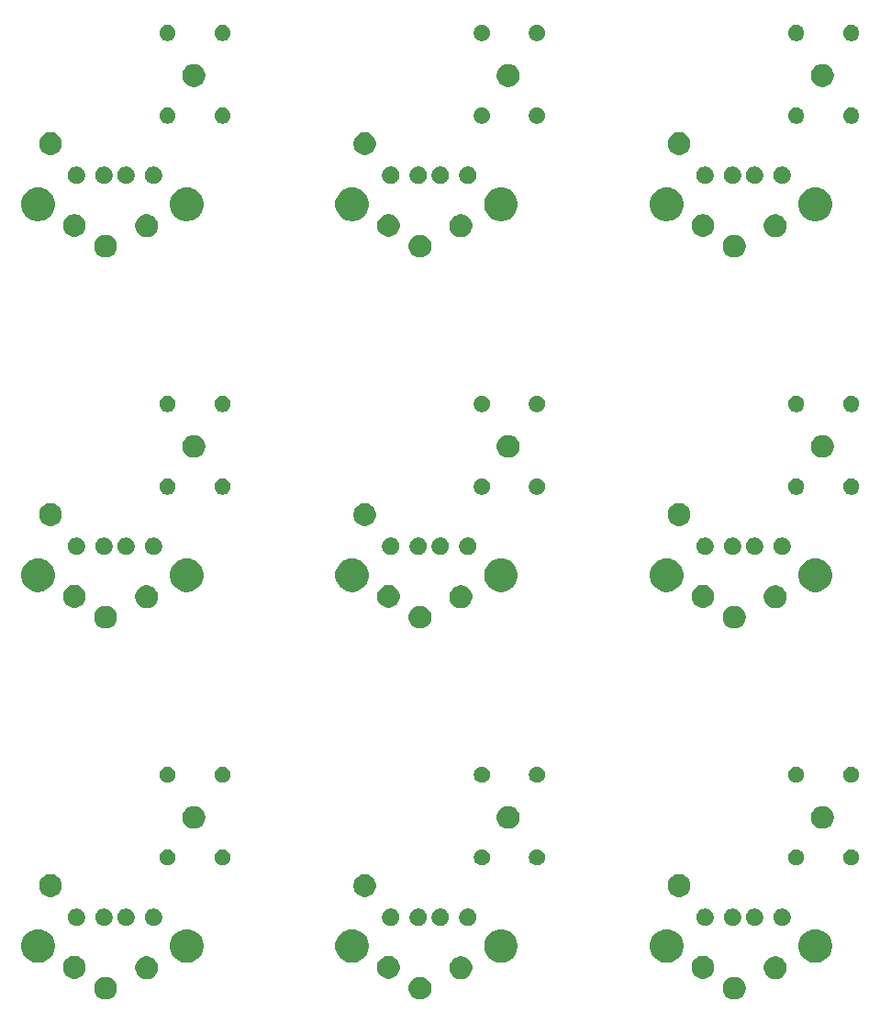
<source format=gbs>
G04 #@! TF.GenerationSoftware,KiCad,Pcbnew,(5.0.1)-4*
G04 #@! TF.CreationDate,2019-01-31T17:22:40-08:00*
G04 #@! TF.ProjectId,programing_adapter,70726F6772616D696E675F6164617074,rev?*
G04 #@! TF.SameCoordinates,Original*
G04 #@! TF.FileFunction,Soldermask,Bot*
G04 #@! TF.FilePolarity,Negative*
%FSLAX46Y46*%
G04 Gerber Fmt 4.6, Leading zero omitted, Abs format (unit mm)*
G04 Created by KiCad (PCBNEW (5.0.1)-4) date 1/31/2019 5:22:40 PM*
%MOMM*%
%LPD*%
G01*
G04 APERTURE LIST*
%ADD10C,0.020000*%
G04 APERTURE END LIST*
D10*
G36*
X190596565Y-164539389D02*
X190787834Y-164618615D01*
X190959976Y-164733637D01*
X191106363Y-164880024D01*
X191221385Y-165052166D01*
X191300611Y-165243435D01*
X191341000Y-165446484D01*
X191341000Y-165653516D01*
X191300611Y-165856565D01*
X191221385Y-166047834D01*
X191106363Y-166219976D01*
X190959976Y-166366363D01*
X190787834Y-166481385D01*
X190596565Y-166560611D01*
X190393516Y-166601000D01*
X190186484Y-166601000D01*
X189983435Y-166560611D01*
X189792166Y-166481385D01*
X189620024Y-166366363D01*
X189473637Y-166219976D01*
X189358615Y-166047834D01*
X189279389Y-165856565D01*
X189239000Y-165653516D01*
X189239000Y-165446484D01*
X189279389Y-165243435D01*
X189358615Y-165052166D01*
X189473637Y-164880024D01*
X189620024Y-164733637D01*
X189792166Y-164618615D01*
X189983435Y-164539389D01*
X190186484Y-164499000D01*
X190393516Y-164499000D01*
X190596565Y-164539389D01*
X190596565Y-164539389D01*
G37*
G36*
X132596565Y-164539389D02*
X132787834Y-164618615D01*
X132959976Y-164733637D01*
X133106363Y-164880024D01*
X133221385Y-165052166D01*
X133300611Y-165243435D01*
X133341000Y-165446484D01*
X133341000Y-165653516D01*
X133300611Y-165856565D01*
X133221385Y-166047834D01*
X133106363Y-166219976D01*
X132959976Y-166366363D01*
X132787834Y-166481385D01*
X132596565Y-166560611D01*
X132393516Y-166601000D01*
X132186484Y-166601000D01*
X131983435Y-166560611D01*
X131792166Y-166481385D01*
X131620024Y-166366363D01*
X131473637Y-166219976D01*
X131358615Y-166047834D01*
X131279389Y-165856565D01*
X131239000Y-165653516D01*
X131239000Y-165446484D01*
X131279389Y-165243435D01*
X131358615Y-165052166D01*
X131473637Y-164880024D01*
X131620024Y-164733637D01*
X131792166Y-164618615D01*
X131983435Y-164539389D01*
X132186484Y-164499000D01*
X132393516Y-164499000D01*
X132596565Y-164539389D01*
X132596565Y-164539389D01*
G37*
G36*
X161596565Y-164539389D02*
X161787834Y-164618615D01*
X161959976Y-164733637D01*
X162106363Y-164880024D01*
X162221385Y-165052166D01*
X162300611Y-165243435D01*
X162341000Y-165446484D01*
X162341000Y-165653516D01*
X162300611Y-165856565D01*
X162221385Y-166047834D01*
X162106363Y-166219976D01*
X161959976Y-166366363D01*
X161787834Y-166481385D01*
X161596565Y-166560611D01*
X161393516Y-166601000D01*
X161186484Y-166601000D01*
X160983435Y-166560611D01*
X160792166Y-166481385D01*
X160620024Y-166366363D01*
X160473637Y-166219976D01*
X160358615Y-166047834D01*
X160279389Y-165856565D01*
X160239000Y-165653516D01*
X160239000Y-165446484D01*
X160279389Y-165243435D01*
X160358615Y-165052166D01*
X160473637Y-164880024D01*
X160620024Y-164733637D01*
X160792166Y-164618615D01*
X160983435Y-164539389D01*
X161186484Y-164499000D01*
X161393516Y-164499000D01*
X161596565Y-164539389D01*
X161596565Y-164539389D01*
G37*
G36*
X136376565Y-162649389D02*
X136567834Y-162728615D01*
X136739976Y-162843637D01*
X136886363Y-162990024D01*
X137001385Y-163162166D01*
X137080611Y-163353435D01*
X137121000Y-163556484D01*
X137121000Y-163763516D01*
X137080611Y-163966565D01*
X137001385Y-164157834D01*
X136886363Y-164329976D01*
X136739976Y-164476363D01*
X136567834Y-164591385D01*
X136376565Y-164670611D01*
X136173516Y-164711000D01*
X135966484Y-164711000D01*
X135763435Y-164670611D01*
X135572166Y-164591385D01*
X135400024Y-164476363D01*
X135253637Y-164329976D01*
X135138615Y-164157834D01*
X135059389Y-163966565D01*
X135019000Y-163763516D01*
X135019000Y-163556484D01*
X135059389Y-163353435D01*
X135138615Y-163162166D01*
X135253637Y-162990024D01*
X135400024Y-162843637D01*
X135572166Y-162728615D01*
X135763435Y-162649389D01*
X135966484Y-162609000D01*
X136173516Y-162609000D01*
X136376565Y-162649389D01*
X136376565Y-162649389D01*
G37*
G36*
X165376565Y-162649389D02*
X165567834Y-162728615D01*
X165739976Y-162843637D01*
X165886363Y-162990024D01*
X166001385Y-163162166D01*
X166080611Y-163353435D01*
X166121000Y-163556484D01*
X166121000Y-163763516D01*
X166080611Y-163966565D01*
X166001385Y-164157834D01*
X165886363Y-164329976D01*
X165739976Y-164476363D01*
X165567834Y-164591385D01*
X165376565Y-164670611D01*
X165173516Y-164711000D01*
X164966484Y-164711000D01*
X164763435Y-164670611D01*
X164572166Y-164591385D01*
X164400024Y-164476363D01*
X164253637Y-164329976D01*
X164138615Y-164157834D01*
X164059389Y-163966565D01*
X164019000Y-163763516D01*
X164019000Y-163556484D01*
X164059389Y-163353435D01*
X164138615Y-163162166D01*
X164253637Y-162990024D01*
X164400024Y-162843637D01*
X164572166Y-162728615D01*
X164763435Y-162649389D01*
X164966484Y-162609000D01*
X165173516Y-162609000D01*
X165376565Y-162649389D01*
X165376565Y-162649389D01*
G37*
G36*
X194376565Y-162649389D02*
X194567834Y-162728615D01*
X194739976Y-162843637D01*
X194886363Y-162990024D01*
X195001385Y-163162166D01*
X195080611Y-163353435D01*
X195121000Y-163556484D01*
X195121000Y-163763516D01*
X195080611Y-163966565D01*
X195001385Y-164157834D01*
X194886363Y-164329976D01*
X194739976Y-164476363D01*
X194567834Y-164591385D01*
X194376565Y-164670611D01*
X194173516Y-164711000D01*
X193966484Y-164711000D01*
X193763435Y-164670611D01*
X193572166Y-164591385D01*
X193400024Y-164476363D01*
X193253637Y-164329976D01*
X193138615Y-164157834D01*
X193059389Y-163966565D01*
X193019000Y-163763516D01*
X193019000Y-163556484D01*
X193059389Y-163353435D01*
X193138615Y-163162166D01*
X193253637Y-162990024D01*
X193400024Y-162843637D01*
X193572166Y-162728615D01*
X193763435Y-162649389D01*
X193966484Y-162609000D01*
X194173516Y-162609000D01*
X194376565Y-162649389D01*
X194376565Y-162649389D01*
G37*
G36*
X187706565Y-162629389D02*
X187897834Y-162708615D01*
X188069976Y-162823637D01*
X188216363Y-162970024D01*
X188331385Y-163142166D01*
X188410611Y-163333435D01*
X188451000Y-163536484D01*
X188451000Y-163743516D01*
X188410611Y-163946565D01*
X188331385Y-164137834D01*
X188216363Y-164309976D01*
X188069976Y-164456363D01*
X187897834Y-164571385D01*
X187706565Y-164650611D01*
X187503516Y-164691000D01*
X187296484Y-164691000D01*
X187093435Y-164650611D01*
X186902166Y-164571385D01*
X186730024Y-164456363D01*
X186583637Y-164309976D01*
X186468615Y-164137834D01*
X186389389Y-163946565D01*
X186349000Y-163743516D01*
X186349000Y-163536484D01*
X186389389Y-163333435D01*
X186468615Y-163142166D01*
X186583637Y-162970024D01*
X186730024Y-162823637D01*
X186902166Y-162708615D01*
X187093435Y-162629389D01*
X187296484Y-162589000D01*
X187503516Y-162589000D01*
X187706565Y-162629389D01*
X187706565Y-162629389D01*
G37*
G36*
X129706565Y-162629389D02*
X129897834Y-162708615D01*
X130069976Y-162823637D01*
X130216363Y-162970024D01*
X130331385Y-163142166D01*
X130410611Y-163333435D01*
X130451000Y-163536484D01*
X130451000Y-163743516D01*
X130410611Y-163946565D01*
X130331385Y-164137834D01*
X130216363Y-164309976D01*
X130069976Y-164456363D01*
X129897834Y-164571385D01*
X129706565Y-164650611D01*
X129503516Y-164691000D01*
X129296484Y-164691000D01*
X129093435Y-164650611D01*
X128902166Y-164571385D01*
X128730024Y-164456363D01*
X128583637Y-164309976D01*
X128468615Y-164137834D01*
X128389389Y-163946565D01*
X128349000Y-163743516D01*
X128349000Y-163536484D01*
X128389389Y-163333435D01*
X128468615Y-163142166D01*
X128583637Y-162970024D01*
X128730024Y-162823637D01*
X128902166Y-162708615D01*
X129093435Y-162629389D01*
X129296484Y-162589000D01*
X129503516Y-162589000D01*
X129706565Y-162629389D01*
X129706565Y-162629389D01*
G37*
G36*
X158706565Y-162629389D02*
X158897834Y-162708615D01*
X159069976Y-162823637D01*
X159216363Y-162970024D01*
X159331385Y-163142166D01*
X159410611Y-163333435D01*
X159451000Y-163536484D01*
X159451000Y-163743516D01*
X159410611Y-163946565D01*
X159331385Y-164137834D01*
X159216363Y-164309976D01*
X159069976Y-164456363D01*
X158897834Y-164571385D01*
X158706565Y-164650611D01*
X158503516Y-164691000D01*
X158296484Y-164691000D01*
X158093435Y-164650611D01*
X157902166Y-164571385D01*
X157730024Y-164456363D01*
X157583637Y-164309976D01*
X157468615Y-164137834D01*
X157389389Y-163946565D01*
X157349000Y-163743516D01*
X157349000Y-163536484D01*
X157389389Y-163333435D01*
X157468615Y-163142166D01*
X157583637Y-162970024D01*
X157730024Y-162823637D01*
X157902166Y-162708615D01*
X158093435Y-162629389D01*
X158296484Y-162589000D01*
X158503516Y-162589000D01*
X158706565Y-162629389D01*
X158706565Y-162629389D01*
G37*
G36*
X140117528Y-160163737D02*
X140217411Y-160183605D01*
X140499675Y-160300522D01*
X140753706Y-160470260D01*
X140969742Y-160686296D01*
X141139480Y-160940327D01*
X141256397Y-161222591D01*
X141316001Y-161522241D01*
X141316001Y-161827761D01*
X141256397Y-162127411D01*
X141139480Y-162409675D01*
X140969742Y-162663706D01*
X140753706Y-162879742D01*
X140499675Y-163049480D01*
X140217411Y-163166397D01*
X140117528Y-163186265D01*
X139917763Y-163226001D01*
X139612239Y-163226001D01*
X139412474Y-163186265D01*
X139312591Y-163166397D01*
X139030327Y-163049480D01*
X138776296Y-162879742D01*
X138560260Y-162663706D01*
X138390522Y-162409675D01*
X138273605Y-162127411D01*
X138214001Y-161827761D01*
X138214001Y-161522241D01*
X138273605Y-161222591D01*
X138390522Y-160940327D01*
X138560260Y-160686296D01*
X138776296Y-160470260D01*
X139030327Y-160300522D01*
X139312591Y-160183605D01*
X139412474Y-160163737D01*
X139612239Y-160124001D01*
X139917763Y-160124001D01*
X140117528Y-160163737D01*
X140117528Y-160163737D01*
G37*
G36*
X184397528Y-160163737D02*
X184497411Y-160183605D01*
X184779675Y-160300522D01*
X185033706Y-160470260D01*
X185249742Y-160686296D01*
X185419480Y-160940327D01*
X185536397Y-161222591D01*
X185596001Y-161522241D01*
X185596001Y-161827761D01*
X185536397Y-162127411D01*
X185419480Y-162409675D01*
X185249742Y-162663706D01*
X185033706Y-162879742D01*
X184779675Y-163049480D01*
X184497411Y-163166397D01*
X184397528Y-163186265D01*
X184197763Y-163226001D01*
X183892239Y-163226001D01*
X183692474Y-163186265D01*
X183592591Y-163166397D01*
X183310327Y-163049480D01*
X183056296Y-162879742D01*
X182840260Y-162663706D01*
X182670522Y-162409675D01*
X182553605Y-162127411D01*
X182494001Y-161827761D01*
X182494001Y-161522241D01*
X182553605Y-161222591D01*
X182670522Y-160940327D01*
X182840260Y-160686296D01*
X183056296Y-160470260D01*
X183310327Y-160300522D01*
X183592591Y-160183605D01*
X183692474Y-160163737D01*
X183892239Y-160124001D01*
X184197763Y-160124001D01*
X184397528Y-160163737D01*
X184397528Y-160163737D01*
G37*
G36*
X169117528Y-160163737D02*
X169217411Y-160183605D01*
X169499675Y-160300522D01*
X169753706Y-160470260D01*
X169969742Y-160686296D01*
X170139480Y-160940327D01*
X170256397Y-161222591D01*
X170316001Y-161522241D01*
X170316001Y-161827761D01*
X170256397Y-162127411D01*
X170139480Y-162409675D01*
X169969742Y-162663706D01*
X169753706Y-162879742D01*
X169499675Y-163049480D01*
X169217411Y-163166397D01*
X169117528Y-163186265D01*
X168917763Y-163226001D01*
X168612239Y-163226001D01*
X168412474Y-163186265D01*
X168312591Y-163166397D01*
X168030327Y-163049480D01*
X167776296Y-162879742D01*
X167560260Y-162663706D01*
X167390522Y-162409675D01*
X167273605Y-162127411D01*
X167214001Y-161827761D01*
X167214001Y-161522241D01*
X167273605Y-161222591D01*
X167390522Y-160940327D01*
X167560260Y-160686296D01*
X167776296Y-160470260D01*
X168030327Y-160300522D01*
X168312591Y-160183605D01*
X168412474Y-160163737D01*
X168612239Y-160124001D01*
X168917763Y-160124001D01*
X169117528Y-160163737D01*
X169117528Y-160163737D01*
G37*
G36*
X155397528Y-160163737D02*
X155497411Y-160183605D01*
X155779675Y-160300522D01*
X156033706Y-160470260D01*
X156249742Y-160686296D01*
X156419480Y-160940327D01*
X156536397Y-161222591D01*
X156596001Y-161522241D01*
X156596001Y-161827761D01*
X156536397Y-162127411D01*
X156419480Y-162409675D01*
X156249742Y-162663706D01*
X156033706Y-162879742D01*
X155779675Y-163049480D01*
X155497411Y-163166397D01*
X155397528Y-163186265D01*
X155197763Y-163226001D01*
X154892239Y-163226001D01*
X154692474Y-163186265D01*
X154592591Y-163166397D01*
X154310327Y-163049480D01*
X154056296Y-162879742D01*
X153840260Y-162663706D01*
X153670522Y-162409675D01*
X153553605Y-162127411D01*
X153494001Y-161827761D01*
X153494001Y-161522241D01*
X153553605Y-161222591D01*
X153670522Y-160940327D01*
X153840260Y-160686296D01*
X154056296Y-160470260D01*
X154310327Y-160300522D01*
X154592591Y-160183605D01*
X154692474Y-160163737D01*
X154892239Y-160124001D01*
X155197763Y-160124001D01*
X155397528Y-160163737D01*
X155397528Y-160163737D01*
G37*
G36*
X126397528Y-160163737D02*
X126497411Y-160183605D01*
X126779675Y-160300522D01*
X127033706Y-160470260D01*
X127249742Y-160686296D01*
X127419480Y-160940327D01*
X127536397Y-161222591D01*
X127596001Y-161522241D01*
X127596001Y-161827761D01*
X127536397Y-162127411D01*
X127419480Y-162409675D01*
X127249742Y-162663706D01*
X127033706Y-162879742D01*
X126779675Y-163049480D01*
X126497411Y-163166397D01*
X126397528Y-163186265D01*
X126197763Y-163226001D01*
X125892239Y-163226001D01*
X125692474Y-163186265D01*
X125592591Y-163166397D01*
X125310327Y-163049480D01*
X125056296Y-162879742D01*
X124840260Y-162663706D01*
X124670522Y-162409675D01*
X124553605Y-162127411D01*
X124494001Y-161827761D01*
X124494001Y-161522241D01*
X124553605Y-161222591D01*
X124670522Y-160940327D01*
X124840260Y-160686296D01*
X125056296Y-160470260D01*
X125310327Y-160300522D01*
X125592591Y-160183605D01*
X125692474Y-160163737D01*
X125892239Y-160124001D01*
X126197763Y-160124001D01*
X126397528Y-160163737D01*
X126397528Y-160163737D01*
G37*
G36*
X198117528Y-160163737D02*
X198217411Y-160183605D01*
X198499675Y-160300522D01*
X198753706Y-160470260D01*
X198969742Y-160686296D01*
X199139480Y-160940327D01*
X199256397Y-161222591D01*
X199316001Y-161522241D01*
X199316001Y-161827761D01*
X199256397Y-162127411D01*
X199139480Y-162409675D01*
X198969742Y-162663706D01*
X198753706Y-162879742D01*
X198499675Y-163049480D01*
X198217411Y-163166397D01*
X198117528Y-163186265D01*
X197917763Y-163226001D01*
X197612239Y-163226001D01*
X197412474Y-163186265D01*
X197312591Y-163166397D01*
X197030327Y-163049480D01*
X196776296Y-162879742D01*
X196560260Y-162663706D01*
X196390522Y-162409675D01*
X196273605Y-162127411D01*
X196214001Y-161827761D01*
X196214001Y-161522241D01*
X196273605Y-161222591D01*
X196390522Y-160940327D01*
X196560260Y-160686296D01*
X196776296Y-160470260D01*
X197030327Y-160300522D01*
X197312591Y-160183605D01*
X197412474Y-160163737D01*
X197612239Y-160124001D01*
X197917763Y-160124001D01*
X198117528Y-160163737D01*
X198117528Y-160163737D01*
G37*
G36*
X190378644Y-158234782D02*
X190524416Y-158295163D01*
X190655612Y-158382825D01*
X190767177Y-158494390D01*
X190854839Y-158625586D01*
X190915220Y-158771358D01*
X190946001Y-158926108D01*
X190946001Y-159083894D01*
X190915220Y-159238644D01*
X190854839Y-159384416D01*
X190767177Y-159515612D01*
X190655612Y-159627177D01*
X190524416Y-159714839D01*
X190378644Y-159775220D01*
X190223894Y-159806001D01*
X190066108Y-159806001D01*
X189911358Y-159775220D01*
X189765586Y-159714839D01*
X189634390Y-159627177D01*
X189522825Y-159515612D01*
X189435163Y-159384416D01*
X189374782Y-159238644D01*
X189344001Y-159083894D01*
X189344001Y-158926108D01*
X189374782Y-158771358D01*
X189435163Y-158625586D01*
X189522825Y-158494390D01*
X189634390Y-158382825D01*
X189765586Y-158295163D01*
X189911358Y-158234782D01*
X190066108Y-158204001D01*
X190223894Y-158204001D01*
X190378644Y-158234782D01*
X190378644Y-158234782D01*
G37*
G36*
X129838644Y-158234782D02*
X129984416Y-158295163D01*
X130115612Y-158382825D01*
X130227177Y-158494390D01*
X130314839Y-158625586D01*
X130375220Y-158771358D01*
X130406001Y-158926108D01*
X130406001Y-159083894D01*
X130375220Y-159238644D01*
X130314839Y-159384416D01*
X130227177Y-159515612D01*
X130115612Y-159627177D01*
X129984416Y-159714839D01*
X129838644Y-159775220D01*
X129683894Y-159806001D01*
X129526108Y-159806001D01*
X129371358Y-159775220D01*
X129225586Y-159714839D01*
X129094390Y-159627177D01*
X128982825Y-159515612D01*
X128895163Y-159384416D01*
X128834782Y-159238644D01*
X128804001Y-159083894D01*
X128804001Y-158926108D01*
X128834782Y-158771358D01*
X128895163Y-158625586D01*
X128982825Y-158494390D01*
X129094390Y-158382825D01*
X129225586Y-158295163D01*
X129371358Y-158234782D01*
X129526108Y-158204001D01*
X129683894Y-158204001D01*
X129838644Y-158234782D01*
X129838644Y-158234782D01*
G37*
G36*
X132378644Y-158234782D02*
X132524416Y-158295163D01*
X132655612Y-158382825D01*
X132767177Y-158494390D01*
X132854839Y-158625586D01*
X132915220Y-158771358D01*
X132946001Y-158926108D01*
X132946001Y-159083894D01*
X132915220Y-159238644D01*
X132854839Y-159384416D01*
X132767177Y-159515612D01*
X132655612Y-159627177D01*
X132524416Y-159714839D01*
X132378644Y-159775220D01*
X132223894Y-159806001D01*
X132066108Y-159806001D01*
X131911358Y-159775220D01*
X131765586Y-159714839D01*
X131634390Y-159627177D01*
X131522825Y-159515612D01*
X131435163Y-159384416D01*
X131374782Y-159238644D01*
X131344001Y-159083894D01*
X131344001Y-158926108D01*
X131374782Y-158771358D01*
X131435163Y-158625586D01*
X131522825Y-158494390D01*
X131634390Y-158382825D01*
X131765586Y-158295163D01*
X131911358Y-158234782D01*
X132066108Y-158204001D01*
X132223894Y-158204001D01*
X132378644Y-158234782D01*
X132378644Y-158234782D01*
G37*
G36*
X134408644Y-158234782D02*
X134554416Y-158295163D01*
X134685612Y-158382825D01*
X134797177Y-158494390D01*
X134884839Y-158625586D01*
X134945220Y-158771358D01*
X134976001Y-158926108D01*
X134976001Y-159083894D01*
X134945220Y-159238644D01*
X134884839Y-159384416D01*
X134797177Y-159515612D01*
X134685612Y-159627177D01*
X134554416Y-159714839D01*
X134408644Y-159775220D01*
X134253894Y-159806001D01*
X134096108Y-159806001D01*
X133941358Y-159775220D01*
X133795586Y-159714839D01*
X133664390Y-159627177D01*
X133552825Y-159515612D01*
X133465163Y-159384416D01*
X133404782Y-159238644D01*
X133374001Y-159083894D01*
X133374001Y-158926108D01*
X133404782Y-158771358D01*
X133465163Y-158625586D01*
X133552825Y-158494390D01*
X133664390Y-158382825D01*
X133795586Y-158295163D01*
X133941358Y-158234782D01*
X134096108Y-158204001D01*
X134253894Y-158204001D01*
X134408644Y-158234782D01*
X134408644Y-158234782D01*
G37*
G36*
X136948644Y-158234782D02*
X137094416Y-158295163D01*
X137225612Y-158382825D01*
X137337177Y-158494390D01*
X137424839Y-158625586D01*
X137485220Y-158771358D01*
X137516001Y-158926108D01*
X137516001Y-159083894D01*
X137485220Y-159238644D01*
X137424839Y-159384416D01*
X137337177Y-159515612D01*
X137225612Y-159627177D01*
X137094416Y-159714839D01*
X136948644Y-159775220D01*
X136793894Y-159806001D01*
X136636108Y-159806001D01*
X136481358Y-159775220D01*
X136335586Y-159714839D01*
X136204390Y-159627177D01*
X136092825Y-159515612D01*
X136005163Y-159384416D01*
X135944782Y-159238644D01*
X135914001Y-159083894D01*
X135914001Y-158926108D01*
X135944782Y-158771358D01*
X136005163Y-158625586D01*
X136092825Y-158494390D01*
X136204390Y-158382825D01*
X136335586Y-158295163D01*
X136481358Y-158234782D01*
X136636108Y-158204001D01*
X136793894Y-158204001D01*
X136948644Y-158234782D01*
X136948644Y-158234782D01*
G37*
G36*
X158838644Y-158234782D02*
X158984416Y-158295163D01*
X159115612Y-158382825D01*
X159227177Y-158494390D01*
X159314839Y-158625586D01*
X159375220Y-158771358D01*
X159406001Y-158926108D01*
X159406001Y-159083894D01*
X159375220Y-159238644D01*
X159314839Y-159384416D01*
X159227177Y-159515612D01*
X159115612Y-159627177D01*
X158984416Y-159714839D01*
X158838644Y-159775220D01*
X158683894Y-159806001D01*
X158526108Y-159806001D01*
X158371358Y-159775220D01*
X158225586Y-159714839D01*
X158094390Y-159627177D01*
X157982825Y-159515612D01*
X157895163Y-159384416D01*
X157834782Y-159238644D01*
X157804001Y-159083894D01*
X157804001Y-158926108D01*
X157834782Y-158771358D01*
X157895163Y-158625586D01*
X157982825Y-158494390D01*
X158094390Y-158382825D01*
X158225586Y-158295163D01*
X158371358Y-158234782D01*
X158526108Y-158204001D01*
X158683894Y-158204001D01*
X158838644Y-158234782D01*
X158838644Y-158234782D01*
G37*
G36*
X161378644Y-158234782D02*
X161524416Y-158295163D01*
X161655612Y-158382825D01*
X161767177Y-158494390D01*
X161854839Y-158625586D01*
X161915220Y-158771358D01*
X161946001Y-158926108D01*
X161946001Y-159083894D01*
X161915220Y-159238644D01*
X161854839Y-159384416D01*
X161767177Y-159515612D01*
X161655612Y-159627177D01*
X161524416Y-159714839D01*
X161378644Y-159775220D01*
X161223894Y-159806001D01*
X161066108Y-159806001D01*
X160911358Y-159775220D01*
X160765586Y-159714839D01*
X160634390Y-159627177D01*
X160522825Y-159515612D01*
X160435163Y-159384416D01*
X160374782Y-159238644D01*
X160344001Y-159083894D01*
X160344001Y-158926108D01*
X160374782Y-158771358D01*
X160435163Y-158625586D01*
X160522825Y-158494390D01*
X160634390Y-158382825D01*
X160765586Y-158295163D01*
X160911358Y-158234782D01*
X161066108Y-158204001D01*
X161223894Y-158204001D01*
X161378644Y-158234782D01*
X161378644Y-158234782D01*
G37*
G36*
X163408644Y-158234782D02*
X163554416Y-158295163D01*
X163685612Y-158382825D01*
X163797177Y-158494390D01*
X163884839Y-158625586D01*
X163945220Y-158771358D01*
X163976001Y-158926108D01*
X163976001Y-159083894D01*
X163945220Y-159238644D01*
X163884839Y-159384416D01*
X163797177Y-159515612D01*
X163685612Y-159627177D01*
X163554416Y-159714839D01*
X163408644Y-159775220D01*
X163253894Y-159806001D01*
X163096108Y-159806001D01*
X162941358Y-159775220D01*
X162795586Y-159714839D01*
X162664390Y-159627177D01*
X162552825Y-159515612D01*
X162465163Y-159384416D01*
X162404782Y-159238644D01*
X162374001Y-159083894D01*
X162374001Y-158926108D01*
X162404782Y-158771358D01*
X162465163Y-158625586D01*
X162552825Y-158494390D01*
X162664390Y-158382825D01*
X162795586Y-158295163D01*
X162941358Y-158234782D01*
X163096108Y-158204001D01*
X163253894Y-158204001D01*
X163408644Y-158234782D01*
X163408644Y-158234782D01*
G37*
G36*
X165948644Y-158234782D02*
X166094416Y-158295163D01*
X166225612Y-158382825D01*
X166337177Y-158494390D01*
X166424839Y-158625586D01*
X166485220Y-158771358D01*
X166516001Y-158926108D01*
X166516001Y-159083894D01*
X166485220Y-159238644D01*
X166424839Y-159384416D01*
X166337177Y-159515612D01*
X166225612Y-159627177D01*
X166094416Y-159714839D01*
X165948644Y-159775220D01*
X165793894Y-159806001D01*
X165636108Y-159806001D01*
X165481358Y-159775220D01*
X165335586Y-159714839D01*
X165204390Y-159627177D01*
X165092825Y-159515612D01*
X165005163Y-159384416D01*
X164944782Y-159238644D01*
X164914001Y-159083894D01*
X164914001Y-158926108D01*
X164944782Y-158771358D01*
X165005163Y-158625586D01*
X165092825Y-158494390D01*
X165204390Y-158382825D01*
X165335586Y-158295163D01*
X165481358Y-158234782D01*
X165636108Y-158204001D01*
X165793894Y-158204001D01*
X165948644Y-158234782D01*
X165948644Y-158234782D01*
G37*
G36*
X194948644Y-158234782D02*
X195094416Y-158295163D01*
X195225612Y-158382825D01*
X195337177Y-158494390D01*
X195424839Y-158625586D01*
X195485220Y-158771358D01*
X195516001Y-158926108D01*
X195516001Y-159083894D01*
X195485220Y-159238644D01*
X195424839Y-159384416D01*
X195337177Y-159515612D01*
X195225612Y-159627177D01*
X195094416Y-159714839D01*
X194948644Y-159775220D01*
X194793894Y-159806001D01*
X194636108Y-159806001D01*
X194481358Y-159775220D01*
X194335586Y-159714839D01*
X194204390Y-159627177D01*
X194092825Y-159515612D01*
X194005163Y-159384416D01*
X193944782Y-159238644D01*
X193914001Y-159083894D01*
X193914001Y-158926108D01*
X193944782Y-158771358D01*
X194005163Y-158625586D01*
X194092825Y-158494390D01*
X194204390Y-158382825D01*
X194335586Y-158295163D01*
X194481358Y-158234782D01*
X194636108Y-158204001D01*
X194793894Y-158204001D01*
X194948644Y-158234782D01*
X194948644Y-158234782D01*
G37*
G36*
X187838644Y-158234782D02*
X187984416Y-158295163D01*
X188115612Y-158382825D01*
X188227177Y-158494390D01*
X188314839Y-158625586D01*
X188375220Y-158771358D01*
X188406001Y-158926108D01*
X188406001Y-159083894D01*
X188375220Y-159238644D01*
X188314839Y-159384416D01*
X188227177Y-159515612D01*
X188115612Y-159627177D01*
X187984416Y-159714839D01*
X187838644Y-159775220D01*
X187683894Y-159806001D01*
X187526108Y-159806001D01*
X187371358Y-159775220D01*
X187225586Y-159714839D01*
X187094390Y-159627177D01*
X186982825Y-159515612D01*
X186895163Y-159384416D01*
X186834782Y-159238644D01*
X186804001Y-159083894D01*
X186804001Y-158926108D01*
X186834782Y-158771358D01*
X186895163Y-158625586D01*
X186982825Y-158494390D01*
X187094390Y-158382825D01*
X187225586Y-158295163D01*
X187371358Y-158234782D01*
X187526108Y-158204001D01*
X187683894Y-158204001D01*
X187838644Y-158234782D01*
X187838644Y-158234782D01*
G37*
G36*
X192408644Y-158234782D02*
X192554416Y-158295163D01*
X192685612Y-158382825D01*
X192797177Y-158494390D01*
X192884839Y-158625586D01*
X192945220Y-158771358D01*
X192976001Y-158926108D01*
X192976001Y-159083894D01*
X192945220Y-159238644D01*
X192884839Y-159384416D01*
X192797177Y-159515612D01*
X192685612Y-159627177D01*
X192554416Y-159714839D01*
X192408644Y-159775220D01*
X192253894Y-159806001D01*
X192096108Y-159806001D01*
X191941358Y-159775220D01*
X191795586Y-159714839D01*
X191664390Y-159627177D01*
X191552825Y-159515612D01*
X191465163Y-159384416D01*
X191404782Y-159238644D01*
X191374001Y-159083894D01*
X191374001Y-158926108D01*
X191404782Y-158771358D01*
X191465163Y-158625586D01*
X191552825Y-158494390D01*
X191664390Y-158382825D01*
X191795586Y-158295163D01*
X191941358Y-158234782D01*
X192096108Y-158204001D01*
X192253894Y-158204001D01*
X192408644Y-158234782D01*
X192408644Y-158234782D01*
G37*
G36*
X156506565Y-155089389D02*
X156697834Y-155168615D01*
X156869976Y-155283637D01*
X157016363Y-155430024D01*
X157131385Y-155602166D01*
X157210611Y-155793435D01*
X157251000Y-155996484D01*
X157251000Y-156203516D01*
X157210611Y-156406565D01*
X157131385Y-156597834D01*
X157016363Y-156769976D01*
X156869976Y-156916363D01*
X156697834Y-157031385D01*
X156506565Y-157110611D01*
X156303516Y-157151000D01*
X156096484Y-157151000D01*
X155893435Y-157110611D01*
X155702166Y-157031385D01*
X155530024Y-156916363D01*
X155383637Y-156769976D01*
X155268615Y-156597834D01*
X155189389Y-156406565D01*
X155149000Y-156203516D01*
X155149000Y-155996484D01*
X155189389Y-155793435D01*
X155268615Y-155602166D01*
X155383637Y-155430024D01*
X155530024Y-155283637D01*
X155702166Y-155168615D01*
X155893435Y-155089389D01*
X156096484Y-155049000D01*
X156303516Y-155049000D01*
X156506565Y-155089389D01*
X156506565Y-155089389D01*
G37*
G36*
X127506565Y-155089389D02*
X127697834Y-155168615D01*
X127869976Y-155283637D01*
X128016363Y-155430024D01*
X128131385Y-155602166D01*
X128210611Y-155793435D01*
X128251000Y-155996484D01*
X128251000Y-156203516D01*
X128210611Y-156406565D01*
X128131385Y-156597834D01*
X128016363Y-156769976D01*
X127869976Y-156916363D01*
X127697834Y-157031385D01*
X127506565Y-157110611D01*
X127303516Y-157151000D01*
X127096484Y-157151000D01*
X126893435Y-157110611D01*
X126702166Y-157031385D01*
X126530024Y-156916363D01*
X126383637Y-156769976D01*
X126268615Y-156597834D01*
X126189389Y-156406565D01*
X126149000Y-156203516D01*
X126149000Y-155996484D01*
X126189389Y-155793435D01*
X126268615Y-155602166D01*
X126383637Y-155430024D01*
X126530024Y-155283637D01*
X126702166Y-155168615D01*
X126893435Y-155089389D01*
X127096484Y-155049000D01*
X127303516Y-155049000D01*
X127506565Y-155089389D01*
X127506565Y-155089389D01*
G37*
G36*
X185506565Y-155089389D02*
X185697834Y-155168615D01*
X185869976Y-155283637D01*
X186016363Y-155430024D01*
X186131385Y-155602166D01*
X186210611Y-155793435D01*
X186251000Y-155996484D01*
X186251000Y-156203516D01*
X186210611Y-156406565D01*
X186131385Y-156597834D01*
X186016363Y-156769976D01*
X185869976Y-156916363D01*
X185697834Y-157031385D01*
X185506565Y-157110611D01*
X185303516Y-157151000D01*
X185096484Y-157151000D01*
X184893435Y-157110611D01*
X184702166Y-157031385D01*
X184530024Y-156916363D01*
X184383637Y-156769976D01*
X184268615Y-156597834D01*
X184189389Y-156406565D01*
X184149000Y-156203516D01*
X184149000Y-155996484D01*
X184189389Y-155793435D01*
X184268615Y-155602166D01*
X184383637Y-155430024D01*
X184530024Y-155283637D01*
X184702166Y-155168615D01*
X184893435Y-155089389D01*
X185096484Y-155049000D01*
X185303516Y-155049000D01*
X185506565Y-155089389D01*
X185506565Y-155089389D01*
G37*
G36*
X167228621Y-152779302D02*
X167365022Y-152835801D01*
X167487779Y-152917825D01*
X167592175Y-153022221D01*
X167674199Y-153144978D01*
X167730698Y-153281379D01*
X167759500Y-153426181D01*
X167759500Y-153573819D01*
X167730698Y-153718621D01*
X167674199Y-153855022D01*
X167592175Y-153977779D01*
X167487779Y-154082175D01*
X167365022Y-154164199D01*
X167228621Y-154220698D01*
X167083819Y-154249500D01*
X166936181Y-154249500D01*
X166791379Y-154220698D01*
X166654978Y-154164199D01*
X166532221Y-154082175D01*
X166427825Y-153977779D01*
X166345801Y-153855022D01*
X166289302Y-153718621D01*
X166260500Y-153573819D01*
X166260500Y-153426181D01*
X166289302Y-153281379D01*
X166345801Y-153144978D01*
X166427825Y-153022221D01*
X166532221Y-152917825D01*
X166654978Y-152835801D01*
X166791379Y-152779302D01*
X166936181Y-152750500D01*
X167083819Y-152750500D01*
X167228621Y-152779302D01*
X167228621Y-152779302D01*
G37*
G36*
X201308621Y-152779302D02*
X201445022Y-152835801D01*
X201567779Y-152917825D01*
X201672175Y-153022221D01*
X201754199Y-153144978D01*
X201810698Y-153281379D01*
X201839500Y-153426181D01*
X201839500Y-153573819D01*
X201810698Y-153718621D01*
X201754199Y-153855022D01*
X201672175Y-153977779D01*
X201567779Y-154082175D01*
X201445022Y-154164199D01*
X201308621Y-154220698D01*
X201163819Y-154249500D01*
X201016181Y-154249500D01*
X200871379Y-154220698D01*
X200734978Y-154164199D01*
X200612221Y-154082175D01*
X200507825Y-153977779D01*
X200425801Y-153855022D01*
X200369302Y-153718621D01*
X200340500Y-153573819D01*
X200340500Y-153426181D01*
X200369302Y-153281379D01*
X200425801Y-153144978D01*
X200507825Y-153022221D01*
X200612221Y-152917825D01*
X200734978Y-152835801D01*
X200871379Y-152779302D01*
X201016181Y-152750500D01*
X201163819Y-152750500D01*
X201308621Y-152779302D01*
X201308621Y-152779302D01*
G37*
G36*
X196228621Y-152779302D02*
X196365022Y-152835801D01*
X196487779Y-152917825D01*
X196592175Y-153022221D01*
X196674199Y-153144978D01*
X196730698Y-153281379D01*
X196759500Y-153426181D01*
X196759500Y-153573819D01*
X196730698Y-153718621D01*
X196674199Y-153855022D01*
X196592175Y-153977779D01*
X196487779Y-154082175D01*
X196365022Y-154164199D01*
X196228621Y-154220698D01*
X196083819Y-154249500D01*
X195936181Y-154249500D01*
X195791379Y-154220698D01*
X195654978Y-154164199D01*
X195532221Y-154082175D01*
X195427825Y-153977779D01*
X195345801Y-153855022D01*
X195289302Y-153718621D01*
X195260500Y-153573819D01*
X195260500Y-153426181D01*
X195289302Y-153281379D01*
X195345801Y-153144978D01*
X195427825Y-153022221D01*
X195532221Y-152917825D01*
X195654978Y-152835801D01*
X195791379Y-152779302D01*
X195936181Y-152750500D01*
X196083819Y-152750500D01*
X196228621Y-152779302D01*
X196228621Y-152779302D01*
G37*
G36*
X172308621Y-152779302D02*
X172445022Y-152835801D01*
X172567779Y-152917825D01*
X172672175Y-153022221D01*
X172754199Y-153144978D01*
X172810698Y-153281379D01*
X172839500Y-153426181D01*
X172839500Y-153573819D01*
X172810698Y-153718621D01*
X172754199Y-153855022D01*
X172672175Y-153977779D01*
X172567779Y-154082175D01*
X172445022Y-154164199D01*
X172308621Y-154220698D01*
X172163819Y-154249500D01*
X172016181Y-154249500D01*
X171871379Y-154220698D01*
X171734978Y-154164199D01*
X171612221Y-154082175D01*
X171507825Y-153977779D01*
X171425801Y-153855022D01*
X171369302Y-153718621D01*
X171340500Y-153573819D01*
X171340500Y-153426181D01*
X171369302Y-153281379D01*
X171425801Y-153144978D01*
X171507825Y-153022221D01*
X171612221Y-152917825D01*
X171734978Y-152835801D01*
X171871379Y-152779302D01*
X172016181Y-152750500D01*
X172163819Y-152750500D01*
X172308621Y-152779302D01*
X172308621Y-152779302D01*
G37*
G36*
X138228621Y-152779302D02*
X138365022Y-152835801D01*
X138487779Y-152917825D01*
X138592175Y-153022221D01*
X138674199Y-153144978D01*
X138730698Y-153281379D01*
X138759500Y-153426181D01*
X138759500Y-153573819D01*
X138730698Y-153718621D01*
X138674199Y-153855022D01*
X138592175Y-153977779D01*
X138487779Y-154082175D01*
X138365022Y-154164199D01*
X138228621Y-154220698D01*
X138083819Y-154249500D01*
X137936181Y-154249500D01*
X137791379Y-154220698D01*
X137654978Y-154164199D01*
X137532221Y-154082175D01*
X137427825Y-153977779D01*
X137345801Y-153855022D01*
X137289302Y-153718621D01*
X137260500Y-153573819D01*
X137260500Y-153426181D01*
X137289302Y-153281379D01*
X137345801Y-153144978D01*
X137427825Y-153022221D01*
X137532221Y-152917825D01*
X137654978Y-152835801D01*
X137791379Y-152779302D01*
X137936181Y-152750500D01*
X138083819Y-152750500D01*
X138228621Y-152779302D01*
X138228621Y-152779302D01*
G37*
G36*
X143308621Y-152779302D02*
X143445022Y-152835801D01*
X143567779Y-152917825D01*
X143672175Y-153022221D01*
X143754199Y-153144978D01*
X143810698Y-153281379D01*
X143839500Y-153426181D01*
X143839500Y-153573819D01*
X143810698Y-153718621D01*
X143754199Y-153855022D01*
X143672175Y-153977779D01*
X143567779Y-154082175D01*
X143445022Y-154164199D01*
X143308621Y-154220698D01*
X143163819Y-154249500D01*
X143016181Y-154249500D01*
X142871379Y-154220698D01*
X142734978Y-154164199D01*
X142612221Y-154082175D01*
X142507825Y-153977779D01*
X142425801Y-153855022D01*
X142369302Y-153718621D01*
X142340500Y-153573819D01*
X142340500Y-153426181D01*
X142369302Y-153281379D01*
X142425801Y-153144978D01*
X142507825Y-153022221D01*
X142612221Y-152917825D01*
X142734978Y-152835801D01*
X142871379Y-152779302D01*
X143016181Y-152750500D01*
X143163819Y-152750500D01*
X143308621Y-152779302D01*
X143308621Y-152779302D01*
G37*
G36*
X140746565Y-148799389D02*
X140937834Y-148878615D01*
X141109976Y-148993637D01*
X141256363Y-149140024D01*
X141371385Y-149312166D01*
X141450611Y-149503435D01*
X141491000Y-149706484D01*
X141491000Y-149913516D01*
X141450611Y-150116565D01*
X141371385Y-150307834D01*
X141256363Y-150479976D01*
X141109976Y-150626363D01*
X140937834Y-150741385D01*
X140746565Y-150820611D01*
X140543516Y-150861000D01*
X140336484Y-150861000D01*
X140133435Y-150820611D01*
X139942166Y-150741385D01*
X139770024Y-150626363D01*
X139623637Y-150479976D01*
X139508615Y-150307834D01*
X139429389Y-150116565D01*
X139389000Y-149913516D01*
X139389000Y-149706484D01*
X139429389Y-149503435D01*
X139508615Y-149312166D01*
X139623637Y-149140024D01*
X139770024Y-148993637D01*
X139942166Y-148878615D01*
X140133435Y-148799389D01*
X140336484Y-148759000D01*
X140543516Y-148759000D01*
X140746565Y-148799389D01*
X140746565Y-148799389D01*
G37*
G36*
X198746565Y-148799389D02*
X198937834Y-148878615D01*
X199109976Y-148993637D01*
X199256363Y-149140024D01*
X199371385Y-149312166D01*
X199450611Y-149503435D01*
X199491000Y-149706484D01*
X199491000Y-149913516D01*
X199450611Y-150116565D01*
X199371385Y-150307834D01*
X199256363Y-150479976D01*
X199109976Y-150626363D01*
X198937834Y-150741385D01*
X198746565Y-150820611D01*
X198543516Y-150861000D01*
X198336484Y-150861000D01*
X198133435Y-150820611D01*
X197942166Y-150741385D01*
X197770024Y-150626363D01*
X197623637Y-150479976D01*
X197508615Y-150307834D01*
X197429389Y-150116565D01*
X197389000Y-149913516D01*
X197389000Y-149706484D01*
X197429389Y-149503435D01*
X197508615Y-149312166D01*
X197623637Y-149140024D01*
X197770024Y-148993637D01*
X197942166Y-148878615D01*
X198133435Y-148799389D01*
X198336484Y-148759000D01*
X198543516Y-148759000D01*
X198746565Y-148799389D01*
X198746565Y-148799389D01*
G37*
G36*
X169746565Y-148799389D02*
X169937834Y-148878615D01*
X170109976Y-148993637D01*
X170256363Y-149140024D01*
X170371385Y-149312166D01*
X170450611Y-149503435D01*
X170491000Y-149706484D01*
X170491000Y-149913516D01*
X170450611Y-150116565D01*
X170371385Y-150307834D01*
X170256363Y-150479976D01*
X170109976Y-150626363D01*
X169937834Y-150741385D01*
X169746565Y-150820611D01*
X169543516Y-150861000D01*
X169336484Y-150861000D01*
X169133435Y-150820611D01*
X168942166Y-150741385D01*
X168770024Y-150626363D01*
X168623637Y-150479976D01*
X168508615Y-150307834D01*
X168429389Y-150116565D01*
X168389000Y-149913516D01*
X168389000Y-149706484D01*
X168429389Y-149503435D01*
X168508615Y-149312166D01*
X168623637Y-149140024D01*
X168770024Y-148993637D01*
X168942166Y-148878615D01*
X169133435Y-148799389D01*
X169336484Y-148759000D01*
X169543516Y-148759000D01*
X169746565Y-148799389D01*
X169746565Y-148799389D01*
G37*
G36*
X172308621Y-145159302D02*
X172445022Y-145215801D01*
X172567779Y-145297825D01*
X172672175Y-145402221D01*
X172754199Y-145524978D01*
X172810698Y-145661379D01*
X172839500Y-145806181D01*
X172839500Y-145953819D01*
X172810698Y-146098621D01*
X172754199Y-146235022D01*
X172672175Y-146357779D01*
X172567779Y-146462175D01*
X172445022Y-146544199D01*
X172308621Y-146600698D01*
X172163819Y-146629500D01*
X172016181Y-146629500D01*
X171871379Y-146600698D01*
X171734978Y-146544199D01*
X171612221Y-146462175D01*
X171507825Y-146357779D01*
X171425801Y-146235022D01*
X171369302Y-146098621D01*
X171340500Y-145953819D01*
X171340500Y-145806181D01*
X171369302Y-145661379D01*
X171425801Y-145524978D01*
X171507825Y-145402221D01*
X171612221Y-145297825D01*
X171734978Y-145215801D01*
X171871379Y-145159302D01*
X172016181Y-145130500D01*
X172163819Y-145130500D01*
X172308621Y-145159302D01*
X172308621Y-145159302D01*
G37*
G36*
X196228621Y-145159302D02*
X196365022Y-145215801D01*
X196487779Y-145297825D01*
X196592175Y-145402221D01*
X196674199Y-145524978D01*
X196730698Y-145661379D01*
X196759500Y-145806181D01*
X196759500Y-145953819D01*
X196730698Y-146098621D01*
X196674199Y-146235022D01*
X196592175Y-146357779D01*
X196487779Y-146462175D01*
X196365022Y-146544199D01*
X196228621Y-146600698D01*
X196083819Y-146629500D01*
X195936181Y-146629500D01*
X195791379Y-146600698D01*
X195654978Y-146544199D01*
X195532221Y-146462175D01*
X195427825Y-146357779D01*
X195345801Y-146235022D01*
X195289302Y-146098621D01*
X195260500Y-145953819D01*
X195260500Y-145806181D01*
X195289302Y-145661379D01*
X195345801Y-145524978D01*
X195427825Y-145402221D01*
X195532221Y-145297825D01*
X195654978Y-145215801D01*
X195791379Y-145159302D01*
X195936181Y-145130500D01*
X196083819Y-145130500D01*
X196228621Y-145159302D01*
X196228621Y-145159302D01*
G37*
G36*
X201308621Y-145159302D02*
X201445022Y-145215801D01*
X201567779Y-145297825D01*
X201672175Y-145402221D01*
X201754199Y-145524978D01*
X201810698Y-145661379D01*
X201839500Y-145806181D01*
X201839500Y-145953819D01*
X201810698Y-146098621D01*
X201754199Y-146235022D01*
X201672175Y-146357779D01*
X201567779Y-146462175D01*
X201445022Y-146544199D01*
X201308621Y-146600698D01*
X201163819Y-146629500D01*
X201016181Y-146629500D01*
X200871379Y-146600698D01*
X200734978Y-146544199D01*
X200612221Y-146462175D01*
X200507825Y-146357779D01*
X200425801Y-146235022D01*
X200369302Y-146098621D01*
X200340500Y-145953819D01*
X200340500Y-145806181D01*
X200369302Y-145661379D01*
X200425801Y-145524978D01*
X200507825Y-145402221D01*
X200612221Y-145297825D01*
X200734978Y-145215801D01*
X200871379Y-145159302D01*
X201016181Y-145130500D01*
X201163819Y-145130500D01*
X201308621Y-145159302D01*
X201308621Y-145159302D01*
G37*
G36*
X167228621Y-145159302D02*
X167365022Y-145215801D01*
X167487779Y-145297825D01*
X167592175Y-145402221D01*
X167674199Y-145524978D01*
X167730698Y-145661379D01*
X167759500Y-145806181D01*
X167759500Y-145953819D01*
X167730698Y-146098621D01*
X167674199Y-146235022D01*
X167592175Y-146357779D01*
X167487779Y-146462175D01*
X167365022Y-146544199D01*
X167228621Y-146600698D01*
X167083819Y-146629500D01*
X166936181Y-146629500D01*
X166791379Y-146600698D01*
X166654978Y-146544199D01*
X166532221Y-146462175D01*
X166427825Y-146357779D01*
X166345801Y-146235022D01*
X166289302Y-146098621D01*
X166260500Y-145953819D01*
X166260500Y-145806181D01*
X166289302Y-145661379D01*
X166345801Y-145524978D01*
X166427825Y-145402221D01*
X166532221Y-145297825D01*
X166654978Y-145215801D01*
X166791379Y-145159302D01*
X166936181Y-145130500D01*
X167083819Y-145130500D01*
X167228621Y-145159302D01*
X167228621Y-145159302D01*
G37*
G36*
X138228621Y-145159302D02*
X138365022Y-145215801D01*
X138487779Y-145297825D01*
X138592175Y-145402221D01*
X138674199Y-145524978D01*
X138730698Y-145661379D01*
X138759500Y-145806181D01*
X138759500Y-145953819D01*
X138730698Y-146098621D01*
X138674199Y-146235022D01*
X138592175Y-146357779D01*
X138487779Y-146462175D01*
X138365022Y-146544199D01*
X138228621Y-146600698D01*
X138083819Y-146629500D01*
X137936181Y-146629500D01*
X137791379Y-146600698D01*
X137654978Y-146544199D01*
X137532221Y-146462175D01*
X137427825Y-146357779D01*
X137345801Y-146235022D01*
X137289302Y-146098621D01*
X137260500Y-145953819D01*
X137260500Y-145806181D01*
X137289302Y-145661379D01*
X137345801Y-145524978D01*
X137427825Y-145402221D01*
X137532221Y-145297825D01*
X137654978Y-145215801D01*
X137791379Y-145159302D01*
X137936181Y-145130500D01*
X138083819Y-145130500D01*
X138228621Y-145159302D01*
X138228621Y-145159302D01*
G37*
G36*
X143308621Y-145159302D02*
X143445022Y-145215801D01*
X143567779Y-145297825D01*
X143672175Y-145402221D01*
X143754199Y-145524978D01*
X143810698Y-145661379D01*
X143839500Y-145806181D01*
X143839500Y-145953819D01*
X143810698Y-146098621D01*
X143754199Y-146235022D01*
X143672175Y-146357779D01*
X143567779Y-146462175D01*
X143445022Y-146544199D01*
X143308621Y-146600698D01*
X143163819Y-146629500D01*
X143016181Y-146629500D01*
X142871379Y-146600698D01*
X142734978Y-146544199D01*
X142612221Y-146462175D01*
X142507825Y-146357779D01*
X142425801Y-146235022D01*
X142369302Y-146098621D01*
X142340500Y-145953819D01*
X142340500Y-145806181D01*
X142369302Y-145661379D01*
X142425801Y-145524978D01*
X142507825Y-145402221D01*
X142612221Y-145297825D01*
X142734978Y-145215801D01*
X142871379Y-145159302D01*
X143016181Y-145130500D01*
X143163819Y-145130500D01*
X143308621Y-145159302D01*
X143308621Y-145159302D01*
G37*
G36*
X190596565Y-130339389D02*
X190787834Y-130418615D01*
X190959976Y-130533637D01*
X191106363Y-130680024D01*
X191221385Y-130852166D01*
X191300611Y-131043435D01*
X191341000Y-131246484D01*
X191341000Y-131453516D01*
X191300611Y-131656565D01*
X191221385Y-131847834D01*
X191106363Y-132019976D01*
X190959976Y-132166363D01*
X190787834Y-132281385D01*
X190596565Y-132360611D01*
X190393516Y-132401000D01*
X190186484Y-132401000D01*
X189983435Y-132360611D01*
X189792166Y-132281385D01*
X189620024Y-132166363D01*
X189473637Y-132019976D01*
X189358615Y-131847834D01*
X189279389Y-131656565D01*
X189239000Y-131453516D01*
X189239000Y-131246484D01*
X189279389Y-131043435D01*
X189358615Y-130852166D01*
X189473637Y-130680024D01*
X189620024Y-130533637D01*
X189792166Y-130418615D01*
X189983435Y-130339389D01*
X190186484Y-130299000D01*
X190393516Y-130299000D01*
X190596565Y-130339389D01*
X190596565Y-130339389D01*
G37*
G36*
X161596565Y-130339389D02*
X161787834Y-130418615D01*
X161959976Y-130533637D01*
X162106363Y-130680024D01*
X162221385Y-130852166D01*
X162300611Y-131043435D01*
X162341000Y-131246484D01*
X162341000Y-131453516D01*
X162300611Y-131656565D01*
X162221385Y-131847834D01*
X162106363Y-132019976D01*
X161959976Y-132166363D01*
X161787834Y-132281385D01*
X161596565Y-132360611D01*
X161393516Y-132401000D01*
X161186484Y-132401000D01*
X160983435Y-132360611D01*
X160792166Y-132281385D01*
X160620024Y-132166363D01*
X160473637Y-132019976D01*
X160358615Y-131847834D01*
X160279389Y-131656565D01*
X160239000Y-131453516D01*
X160239000Y-131246484D01*
X160279389Y-131043435D01*
X160358615Y-130852166D01*
X160473637Y-130680024D01*
X160620024Y-130533637D01*
X160792166Y-130418615D01*
X160983435Y-130339389D01*
X161186484Y-130299000D01*
X161393516Y-130299000D01*
X161596565Y-130339389D01*
X161596565Y-130339389D01*
G37*
G36*
X132596565Y-130339389D02*
X132787834Y-130418615D01*
X132959976Y-130533637D01*
X133106363Y-130680024D01*
X133221385Y-130852166D01*
X133300611Y-131043435D01*
X133341000Y-131246484D01*
X133341000Y-131453516D01*
X133300611Y-131656565D01*
X133221385Y-131847834D01*
X133106363Y-132019976D01*
X132959976Y-132166363D01*
X132787834Y-132281385D01*
X132596565Y-132360611D01*
X132393516Y-132401000D01*
X132186484Y-132401000D01*
X131983435Y-132360611D01*
X131792166Y-132281385D01*
X131620024Y-132166363D01*
X131473637Y-132019976D01*
X131358615Y-131847834D01*
X131279389Y-131656565D01*
X131239000Y-131453516D01*
X131239000Y-131246484D01*
X131279389Y-131043435D01*
X131358615Y-130852166D01*
X131473637Y-130680024D01*
X131620024Y-130533637D01*
X131792166Y-130418615D01*
X131983435Y-130339389D01*
X132186484Y-130299000D01*
X132393516Y-130299000D01*
X132596565Y-130339389D01*
X132596565Y-130339389D01*
G37*
G36*
X165376565Y-128449389D02*
X165567834Y-128528615D01*
X165739976Y-128643637D01*
X165886363Y-128790024D01*
X166001385Y-128962166D01*
X166080611Y-129153435D01*
X166121000Y-129356484D01*
X166121000Y-129563516D01*
X166080611Y-129766565D01*
X166001385Y-129957834D01*
X165886363Y-130129976D01*
X165739976Y-130276363D01*
X165567834Y-130391385D01*
X165376565Y-130470611D01*
X165173516Y-130511000D01*
X164966484Y-130511000D01*
X164763435Y-130470611D01*
X164572166Y-130391385D01*
X164400024Y-130276363D01*
X164253637Y-130129976D01*
X164138615Y-129957834D01*
X164059389Y-129766565D01*
X164019000Y-129563516D01*
X164019000Y-129356484D01*
X164059389Y-129153435D01*
X164138615Y-128962166D01*
X164253637Y-128790024D01*
X164400024Y-128643637D01*
X164572166Y-128528615D01*
X164763435Y-128449389D01*
X164966484Y-128409000D01*
X165173516Y-128409000D01*
X165376565Y-128449389D01*
X165376565Y-128449389D01*
G37*
G36*
X194376565Y-128449389D02*
X194567834Y-128528615D01*
X194739976Y-128643637D01*
X194886363Y-128790024D01*
X195001385Y-128962166D01*
X195080611Y-129153435D01*
X195121000Y-129356484D01*
X195121000Y-129563516D01*
X195080611Y-129766565D01*
X195001385Y-129957834D01*
X194886363Y-130129976D01*
X194739976Y-130276363D01*
X194567834Y-130391385D01*
X194376565Y-130470611D01*
X194173516Y-130511000D01*
X193966484Y-130511000D01*
X193763435Y-130470611D01*
X193572166Y-130391385D01*
X193400024Y-130276363D01*
X193253637Y-130129976D01*
X193138615Y-129957834D01*
X193059389Y-129766565D01*
X193019000Y-129563516D01*
X193019000Y-129356484D01*
X193059389Y-129153435D01*
X193138615Y-128962166D01*
X193253637Y-128790024D01*
X193400024Y-128643637D01*
X193572166Y-128528615D01*
X193763435Y-128449389D01*
X193966484Y-128409000D01*
X194173516Y-128409000D01*
X194376565Y-128449389D01*
X194376565Y-128449389D01*
G37*
G36*
X136376565Y-128449389D02*
X136567834Y-128528615D01*
X136739976Y-128643637D01*
X136886363Y-128790024D01*
X137001385Y-128962166D01*
X137080611Y-129153435D01*
X137121000Y-129356484D01*
X137121000Y-129563516D01*
X137080611Y-129766565D01*
X137001385Y-129957834D01*
X136886363Y-130129976D01*
X136739976Y-130276363D01*
X136567834Y-130391385D01*
X136376565Y-130470611D01*
X136173516Y-130511000D01*
X135966484Y-130511000D01*
X135763435Y-130470611D01*
X135572166Y-130391385D01*
X135400024Y-130276363D01*
X135253637Y-130129976D01*
X135138615Y-129957834D01*
X135059389Y-129766565D01*
X135019000Y-129563516D01*
X135019000Y-129356484D01*
X135059389Y-129153435D01*
X135138615Y-128962166D01*
X135253637Y-128790024D01*
X135400024Y-128643637D01*
X135572166Y-128528615D01*
X135763435Y-128449389D01*
X135966484Y-128409000D01*
X136173516Y-128409000D01*
X136376565Y-128449389D01*
X136376565Y-128449389D01*
G37*
G36*
X129706565Y-128429389D02*
X129897834Y-128508615D01*
X130069976Y-128623637D01*
X130216363Y-128770024D01*
X130331385Y-128942166D01*
X130410611Y-129133435D01*
X130451000Y-129336484D01*
X130451000Y-129543516D01*
X130410611Y-129746565D01*
X130331385Y-129937834D01*
X130216363Y-130109976D01*
X130069976Y-130256363D01*
X129897834Y-130371385D01*
X129706565Y-130450611D01*
X129503516Y-130491000D01*
X129296484Y-130491000D01*
X129093435Y-130450611D01*
X128902166Y-130371385D01*
X128730024Y-130256363D01*
X128583637Y-130109976D01*
X128468615Y-129937834D01*
X128389389Y-129746565D01*
X128349000Y-129543516D01*
X128349000Y-129336484D01*
X128389389Y-129133435D01*
X128468615Y-128942166D01*
X128583637Y-128770024D01*
X128730024Y-128623637D01*
X128902166Y-128508615D01*
X129093435Y-128429389D01*
X129296484Y-128389000D01*
X129503516Y-128389000D01*
X129706565Y-128429389D01*
X129706565Y-128429389D01*
G37*
G36*
X158706565Y-128429389D02*
X158897834Y-128508615D01*
X159069976Y-128623637D01*
X159216363Y-128770024D01*
X159331385Y-128942166D01*
X159410611Y-129133435D01*
X159451000Y-129336484D01*
X159451000Y-129543516D01*
X159410611Y-129746565D01*
X159331385Y-129937834D01*
X159216363Y-130109976D01*
X159069976Y-130256363D01*
X158897834Y-130371385D01*
X158706565Y-130450611D01*
X158503516Y-130491000D01*
X158296484Y-130491000D01*
X158093435Y-130450611D01*
X157902166Y-130371385D01*
X157730024Y-130256363D01*
X157583637Y-130109976D01*
X157468615Y-129937834D01*
X157389389Y-129746565D01*
X157349000Y-129543516D01*
X157349000Y-129336484D01*
X157389389Y-129133435D01*
X157468615Y-128942166D01*
X157583637Y-128770024D01*
X157730024Y-128623637D01*
X157902166Y-128508615D01*
X158093435Y-128429389D01*
X158296484Y-128389000D01*
X158503516Y-128389000D01*
X158706565Y-128429389D01*
X158706565Y-128429389D01*
G37*
G36*
X187706565Y-128429389D02*
X187897834Y-128508615D01*
X188069976Y-128623637D01*
X188216363Y-128770024D01*
X188331385Y-128942166D01*
X188410611Y-129133435D01*
X188451000Y-129336484D01*
X188451000Y-129543516D01*
X188410611Y-129746565D01*
X188331385Y-129937834D01*
X188216363Y-130109976D01*
X188069976Y-130256363D01*
X187897834Y-130371385D01*
X187706565Y-130450611D01*
X187503516Y-130491000D01*
X187296484Y-130491000D01*
X187093435Y-130450611D01*
X186902166Y-130371385D01*
X186730024Y-130256363D01*
X186583637Y-130109976D01*
X186468615Y-129937834D01*
X186389389Y-129746565D01*
X186349000Y-129543516D01*
X186349000Y-129336484D01*
X186389389Y-129133435D01*
X186468615Y-128942166D01*
X186583637Y-128770024D01*
X186730024Y-128623637D01*
X186902166Y-128508615D01*
X187093435Y-128429389D01*
X187296484Y-128389000D01*
X187503516Y-128389000D01*
X187706565Y-128429389D01*
X187706565Y-128429389D01*
G37*
G36*
X198117528Y-125963737D02*
X198217411Y-125983605D01*
X198499675Y-126100522D01*
X198753706Y-126270260D01*
X198969742Y-126486296D01*
X199139480Y-126740327D01*
X199256397Y-127022591D01*
X199316001Y-127322241D01*
X199316001Y-127627761D01*
X199256397Y-127927411D01*
X199139480Y-128209675D01*
X198969742Y-128463706D01*
X198753706Y-128679742D01*
X198499675Y-128849480D01*
X198217411Y-128966397D01*
X198117528Y-128986265D01*
X197917763Y-129026001D01*
X197612239Y-129026001D01*
X197412474Y-128986265D01*
X197312591Y-128966397D01*
X197030327Y-128849480D01*
X196776296Y-128679742D01*
X196560260Y-128463706D01*
X196390522Y-128209675D01*
X196273605Y-127927411D01*
X196214001Y-127627761D01*
X196214001Y-127322241D01*
X196273605Y-127022591D01*
X196390522Y-126740327D01*
X196560260Y-126486296D01*
X196776296Y-126270260D01*
X197030327Y-126100522D01*
X197312591Y-125983605D01*
X197412474Y-125963737D01*
X197612239Y-125924001D01*
X197917763Y-125924001D01*
X198117528Y-125963737D01*
X198117528Y-125963737D01*
G37*
G36*
X184397528Y-125963737D02*
X184497411Y-125983605D01*
X184779675Y-126100522D01*
X185033706Y-126270260D01*
X185249742Y-126486296D01*
X185419480Y-126740327D01*
X185536397Y-127022591D01*
X185596001Y-127322241D01*
X185596001Y-127627761D01*
X185536397Y-127927411D01*
X185419480Y-128209675D01*
X185249742Y-128463706D01*
X185033706Y-128679742D01*
X184779675Y-128849480D01*
X184497411Y-128966397D01*
X184397528Y-128986265D01*
X184197763Y-129026001D01*
X183892239Y-129026001D01*
X183692474Y-128986265D01*
X183592591Y-128966397D01*
X183310327Y-128849480D01*
X183056296Y-128679742D01*
X182840260Y-128463706D01*
X182670522Y-128209675D01*
X182553605Y-127927411D01*
X182494001Y-127627761D01*
X182494001Y-127322241D01*
X182553605Y-127022591D01*
X182670522Y-126740327D01*
X182840260Y-126486296D01*
X183056296Y-126270260D01*
X183310327Y-126100522D01*
X183592591Y-125983605D01*
X183692474Y-125963737D01*
X183892239Y-125924001D01*
X184197763Y-125924001D01*
X184397528Y-125963737D01*
X184397528Y-125963737D01*
G37*
G36*
X169117528Y-125963737D02*
X169217411Y-125983605D01*
X169499675Y-126100522D01*
X169753706Y-126270260D01*
X169969742Y-126486296D01*
X170139480Y-126740327D01*
X170256397Y-127022591D01*
X170316001Y-127322241D01*
X170316001Y-127627761D01*
X170256397Y-127927411D01*
X170139480Y-128209675D01*
X169969742Y-128463706D01*
X169753706Y-128679742D01*
X169499675Y-128849480D01*
X169217411Y-128966397D01*
X169117528Y-128986265D01*
X168917763Y-129026001D01*
X168612239Y-129026001D01*
X168412474Y-128986265D01*
X168312591Y-128966397D01*
X168030327Y-128849480D01*
X167776296Y-128679742D01*
X167560260Y-128463706D01*
X167390522Y-128209675D01*
X167273605Y-127927411D01*
X167214001Y-127627761D01*
X167214001Y-127322241D01*
X167273605Y-127022591D01*
X167390522Y-126740327D01*
X167560260Y-126486296D01*
X167776296Y-126270260D01*
X168030327Y-126100522D01*
X168312591Y-125983605D01*
X168412474Y-125963737D01*
X168612239Y-125924001D01*
X168917763Y-125924001D01*
X169117528Y-125963737D01*
X169117528Y-125963737D01*
G37*
G36*
X155397528Y-125963737D02*
X155497411Y-125983605D01*
X155779675Y-126100522D01*
X156033706Y-126270260D01*
X156249742Y-126486296D01*
X156419480Y-126740327D01*
X156536397Y-127022591D01*
X156596001Y-127322241D01*
X156596001Y-127627761D01*
X156536397Y-127927411D01*
X156419480Y-128209675D01*
X156249742Y-128463706D01*
X156033706Y-128679742D01*
X155779675Y-128849480D01*
X155497411Y-128966397D01*
X155397528Y-128986265D01*
X155197763Y-129026001D01*
X154892239Y-129026001D01*
X154692474Y-128986265D01*
X154592591Y-128966397D01*
X154310327Y-128849480D01*
X154056296Y-128679742D01*
X153840260Y-128463706D01*
X153670522Y-128209675D01*
X153553605Y-127927411D01*
X153494001Y-127627761D01*
X153494001Y-127322241D01*
X153553605Y-127022591D01*
X153670522Y-126740327D01*
X153840260Y-126486296D01*
X154056296Y-126270260D01*
X154310327Y-126100522D01*
X154592591Y-125983605D01*
X154692474Y-125963737D01*
X154892239Y-125924001D01*
X155197763Y-125924001D01*
X155397528Y-125963737D01*
X155397528Y-125963737D01*
G37*
G36*
X140117528Y-125963737D02*
X140217411Y-125983605D01*
X140499675Y-126100522D01*
X140753706Y-126270260D01*
X140969742Y-126486296D01*
X141139480Y-126740327D01*
X141256397Y-127022591D01*
X141316001Y-127322241D01*
X141316001Y-127627761D01*
X141256397Y-127927411D01*
X141139480Y-128209675D01*
X140969742Y-128463706D01*
X140753706Y-128679742D01*
X140499675Y-128849480D01*
X140217411Y-128966397D01*
X140117528Y-128986265D01*
X139917763Y-129026001D01*
X139612239Y-129026001D01*
X139412474Y-128986265D01*
X139312591Y-128966397D01*
X139030327Y-128849480D01*
X138776296Y-128679742D01*
X138560260Y-128463706D01*
X138390522Y-128209675D01*
X138273605Y-127927411D01*
X138214001Y-127627761D01*
X138214001Y-127322241D01*
X138273605Y-127022591D01*
X138390522Y-126740327D01*
X138560260Y-126486296D01*
X138776296Y-126270260D01*
X139030327Y-126100522D01*
X139312591Y-125983605D01*
X139412474Y-125963737D01*
X139612239Y-125924001D01*
X139917763Y-125924001D01*
X140117528Y-125963737D01*
X140117528Y-125963737D01*
G37*
G36*
X126397528Y-125963737D02*
X126497411Y-125983605D01*
X126779675Y-126100522D01*
X127033706Y-126270260D01*
X127249742Y-126486296D01*
X127419480Y-126740327D01*
X127536397Y-127022591D01*
X127596001Y-127322241D01*
X127596001Y-127627761D01*
X127536397Y-127927411D01*
X127419480Y-128209675D01*
X127249742Y-128463706D01*
X127033706Y-128679742D01*
X126779675Y-128849480D01*
X126497411Y-128966397D01*
X126397528Y-128986265D01*
X126197763Y-129026001D01*
X125892239Y-129026001D01*
X125692474Y-128986265D01*
X125592591Y-128966397D01*
X125310327Y-128849480D01*
X125056296Y-128679742D01*
X124840260Y-128463706D01*
X124670522Y-128209675D01*
X124553605Y-127927411D01*
X124494001Y-127627761D01*
X124494001Y-127322241D01*
X124553605Y-127022591D01*
X124670522Y-126740327D01*
X124840260Y-126486296D01*
X125056296Y-126270260D01*
X125310327Y-126100522D01*
X125592591Y-125983605D01*
X125692474Y-125963737D01*
X125892239Y-125924001D01*
X126197763Y-125924001D01*
X126397528Y-125963737D01*
X126397528Y-125963737D01*
G37*
G36*
X161378644Y-124034782D02*
X161524416Y-124095163D01*
X161655612Y-124182825D01*
X161767177Y-124294390D01*
X161854839Y-124425586D01*
X161915220Y-124571358D01*
X161946001Y-124726108D01*
X161946001Y-124883894D01*
X161915220Y-125038644D01*
X161854839Y-125184416D01*
X161767177Y-125315612D01*
X161655612Y-125427177D01*
X161524416Y-125514839D01*
X161378644Y-125575220D01*
X161223894Y-125606001D01*
X161066108Y-125606001D01*
X160911358Y-125575220D01*
X160765586Y-125514839D01*
X160634390Y-125427177D01*
X160522825Y-125315612D01*
X160435163Y-125184416D01*
X160374782Y-125038644D01*
X160344001Y-124883894D01*
X160344001Y-124726108D01*
X160374782Y-124571358D01*
X160435163Y-124425586D01*
X160522825Y-124294390D01*
X160634390Y-124182825D01*
X160765586Y-124095163D01*
X160911358Y-124034782D01*
X161066108Y-124004001D01*
X161223894Y-124004001D01*
X161378644Y-124034782D01*
X161378644Y-124034782D01*
G37*
G36*
X194948644Y-124034782D02*
X195094416Y-124095163D01*
X195225612Y-124182825D01*
X195337177Y-124294390D01*
X195424839Y-124425586D01*
X195485220Y-124571358D01*
X195516001Y-124726108D01*
X195516001Y-124883894D01*
X195485220Y-125038644D01*
X195424839Y-125184416D01*
X195337177Y-125315612D01*
X195225612Y-125427177D01*
X195094416Y-125514839D01*
X194948644Y-125575220D01*
X194793894Y-125606001D01*
X194636108Y-125606001D01*
X194481358Y-125575220D01*
X194335586Y-125514839D01*
X194204390Y-125427177D01*
X194092825Y-125315612D01*
X194005163Y-125184416D01*
X193944782Y-125038644D01*
X193914001Y-124883894D01*
X193914001Y-124726108D01*
X193944782Y-124571358D01*
X194005163Y-124425586D01*
X194092825Y-124294390D01*
X194204390Y-124182825D01*
X194335586Y-124095163D01*
X194481358Y-124034782D01*
X194636108Y-124004001D01*
X194793894Y-124004001D01*
X194948644Y-124034782D01*
X194948644Y-124034782D01*
G37*
G36*
X190378644Y-124034782D02*
X190524416Y-124095163D01*
X190655612Y-124182825D01*
X190767177Y-124294390D01*
X190854839Y-124425586D01*
X190915220Y-124571358D01*
X190946001Y-124726108D01*
X190946001Y-124883894D01*
X190915220Y-125038644D01*
X190854839Y-125184416D01*
X190767177Y-125315612D01*
X190655612Y-125427177D01*
X190524416Y-125514839D01*
X190378644Y-125575220D01*
X190223894Y-125606001D01*
X190066108Y-125606001D01*
X189911358Y-125575220D01*
X189765586Y-125514839D01*
X189634390Y-125427177D01*
X189522825Y-125315612D01*
X189435163Y-125184416D01*
X189374782Y-125038644D01*
X189344001Y-124883894D01*
X189344001Y-124726108D01*
X189374782Y-124571358D01*
X189435163Y-124425586D01*
X189522825Y-124294390D01*
X189634390Y-124182825D01*
X189765586Y-124095163D01*
X189911358Y-124034782D01*
X190066108Y-124004001D01*
X190223894Y-124004001D01*
X190378644Y-124034782D01*
X190378644Y-124034782D01*
G37*
G36*
X136948644Y-124034782D02*
X137094416Y-124095163D01*
X137225612Y-124182825D01*
X137337177Y-124294390D01*
X137424839Y-124425586D01*
X137485220Y-124571358D01*
X137516001Y-124726108D01*
X137516001Y-124883894D01*
X137485220Y-125038644D01*
X137424839Y-125184416D01*
X137337177Y-125315612D01*
X137225612Y-125427177D01*
X137094416Y-125514839D01*
X136948644Y-125575220D01*
X136793894Y-125606001D01*
X136636108Y-125606001D01*
X136481358Y-125575220D01*
X136335586Y-125514839D01*
X136204390Y-125427177D01*
X136092825Y-125315612D01*
X136005163Y-125184416D01*
X135944782Y-125038644D01*
X135914001Y-124883894D01*
X135914001Y-124726108D01*
X135944782Y-124571358D01*
X136005163Y-124425586D01*
X136092825Y-124294390D01*
X136204390Y-124182825D01*
X136335586Y-124095163D01*
X136481358Y-124034782D01*
X136636108Y-124004001D01*
X136793894Y-124004001D01*
X136948644Y-124034782D01*
X136948644Y-124034782D01*
G37*
G36*
X158838644Y-124034782D02*
X158984416Y-124095163D01*
X159115612Y-124182825D01*
X159227177Y-124294390D01*
X159314839Y-124425586D01*
X159375220Y-124571358D01*
X159406001Y-124726108D01*
X159406001Y-124883894D01*
X159375220Y-125038644D01*
X159314839Y-125184416D01*
X159227177Y-125315612D01*
X159115612Y-125427177D01*
X158984416Y-125514839D01*
X158838644Y-125575220D01*
X158683894Y-125606001D01*
X158526108Y-125606001D01*
X158371358Y-125575220D01*
X158225586Y-125514839D01*
X158094390Y-125427177D01*
X157982825Y-125315612D01*
X157895163Y-125184416D01*
X157834782Y-125038644D01*
X157804001Y-124883894D01*
X157804001Y-124726108D01*
X157834782Y-124571358D01*
X157895163Y-124425586D01*
X157982825Y-124294390D01*
X158094390Y-124182825D01*
X158225586Y-124095163D01*
X158371358Y-124034782D01*
X158526108Y-124004001D01*
X158683894Y-124004001D01*
X158838644Y-124034782D01*
X158838644Y-124034782D01*
G37*
G36*
X129838644Y-124034782D02*
X129984416Y-124095163D01*
X130115612Y-124182825D01*
X130227177Y-124294390D01*
X130314839Y-124425586D01*
X130375220Y-124571358D01*
X130406001Y-124726108D01*
X130406001Y-124883894D01*
X130375220Y-125038644D01*
X130314839Y-125184416D01*
X130227177Y-125315612D01*
X130115612Y-125427177D01*
X129984416Y-125514839D01*
X129838644Y-125575220D01*
X129683894Y-125606001D01*
X129526108Y-125606001D01*
X129371358Y-125575220D01*
X129225586Y-125514839D01*
X129094390Y-125427177D01*
X128982825Y-125315612D01*
X128895163Y-125184416D01*
X128834782Y-125038644D01*
X128804001Y-124883894D01*
X128804001Y-124726108D01*
X128834782Y-124571358D01*
X128895163Y-124425586D01*
X128982825Y-124294390D01*
X129094390Y-124182825D01*
X129225586Y-124095163D01*
X129371358Y-124034782D01*
X129526108Y-124004001D01*
X129683894Y-124004001D01*
X129838644Y-124034782D01*
X129838644Y-124034782D01*
G37*
G36*
X165948644Y-124034782D02*
X166094416Y-124095163D01*
X166225612Y-124182825D01*
X166337177Y-124294390D01*
X166424839Y-124425586D01*
X166485220Y-124571358D01*
X166516001Y-124726108D01*
X166516001Y-124883894D01*
X166485220Y-125038644D01*
X166424839Y-125184416D01*
X166337177Y-125315612D01*
X166225612Y-125427177D01*
X166094416Y-125514839D01*
X165948644Y-125575220D01*
X165793894Y-125606001D01*
X165636108Y-125606001D01*
X165481358Y-125575220D01*
X165335586Y-125514839D01*
X165204390Y-125427177D01*
X165092825Y-125315612D01*
X165005163Y-125184416D01*
X164944782Y-125038644D01*
X164914001Y-124883894D01*
X164914001Y-124726108D01*
X164944782Y-124571358D01*
X165005163Y-124425586D01*
X165092825Y-124294390D01*
X165204390Y-124182825D01*
X165335586Y-124095163D01*
X165481358Y-124034782D01*
X165636108Y-124004001D01*
X165793894Y-124004001D01*
X165948644Y-124034782D01*
X165948644Y-124034782D01*
G37*
G36*
X187838644Y-124034782D02*
X187984416Y-124095163D01*
X188115612Y-124182825D01*
X188227177Y-124294390D01*
X188314839Y-124425586D01*
X188375220Y-124571358D01*
X188406001Y-124726108D01*
X188406001Y-124883894D01*
X188375220Y-125038644D01*
X188314839Y-125184416D01*
X188227177Y-125315612D01*
X188115612Y-125427177D01*
X187984416Y-125514839D01*
X187838644Y-125575220D01*
X187683894Y-125606001D01*
X187526108Y-125606001D01*
X187371358Y-125575220D01*
X187225586Y-125514839D01*
X187094390Y-125427177D01*
X186982825Y-125315612D01*
X186895163Y-125184416D01*
X186834782Y-125038644D01*
X186804001Y-124883894D01*
X186804001Y-124726108D01*
X186834782Y-124571358D01*
X186895163Y-124425586D01*
X186982825Y-124294390D01*
X187094390Y-124182825D01*
X187225586Y-124095163D01*
X187371358Y-124034782D01*
X187526108Y-124004001D01*
X187683894Y-124004001D01*
X187838644Y-124034782D01*
X187838644Y-124034782D01*
G37*
G36*
X132378644Y-124034782D02*
X132524416Y-124095163D01*
X132655612Y-124182825D01*
X132767177Y-124294390D01*
X132854839Y-124425586D01*
X132915220Y-124571358D01*
X132946001Y-124726108D01*
X132946001Y-124883894D01*
X132915220Y-125038644D01*
X132854839Y-125184416D01*
X132767177Y-125315612D01*
X132655612Y-125427177D01*
X132524416Y-125514839D01*
X132378644Y-125575220D01*
X132223894Y-125606001D01*
X132066108Y-125606001D01*
X131911358Y-125575220D01*
X131765586Y-125514839D01*
X131634390Y-125427177D01*
X131522825Y-125315612D01*
X131435163Y-125184416D01*
X131374782Y-125038644D01*
X131344001Y-124883894D01*
X131344001Y-124726108D01*
X131374782Y-124571358D01*
X131435163Y-124425586D01*
X131522825Y-124294390D01*
X131634390Y-124182825D01*
X131765586Y-124095163D01*
X131911358Y-124034782D01*
X132066108Y-124004001D01*
X132223894Y-124004001D01*
X132378644Y-124034782D01*
X132378644Y-124034782D01*
G37*
G36*
X192408644Y-124034782D02*
X192554416Y-124095163D01*
X192685612Y-124182825D01*
X192797177Y-124294390D01*
X192884839Y-124425586D01*
X192945220Y-124571358D01*
X192976001Y-124726108D01*
X192976001Y-124883894D01*
X192945220Y-125038644D01*
X192884839Y-125184416D01*
X192797177Y-125315612D01*
X192685612Y-125427177D01*
X192554416Y-125514839D01*
X192408644Y-125575220D01*
X192253894Y-125606001D01*
X192096108Y-125606001D01*
X191941358Y-125575220D01*
X191795586Y-125514839D01*
X191664390Y-125427177D01*
X191552825Y-125315612D01*
X191465163Y-125184416D01*
X191404782Y-125038644D01*
X191374001Y-124883894D01*
X191374001Y-124726108D01*
X191404782Y-124571358D01*
X191465163Y-124425586D01*
X191552825Y-124294390D01*
X191664390Y-124182825D01*
X191795586Y-124095163D01*
X191941358Y-124034782D01*
X192096108Y-124004001D01*
X192253894Y-124004001D01*
X192408644Y-124034782D01*
X192408644Y-124034782D01*
G37*
G36*
X134408644Y-124034782D02*
X134554416Y-124095163D01*
X134685612Y-124182825D01*
X134797177Y-124294390D01*
X134884839Y-124425586D01*
X134945220Y-124571358D01*
X134976001Y-124726108D01*
X134976001Y-124883894D01*
X134945220Y-125038644D01*
X134884839Y-125184416D01*
X134797177Y-125315612D01*
X134685612Y-125427177D01*
X134554416Y-125514839D01*
X134408644Y-125575220D01*
X134253894Y-125606001D01*
X134096108Y-125606001D01*
X133941358Y-125575220D01*
X133795586Y-125514839D01*
X133664390Y-125427177D01*
X133552825Y-125315612D01*
X133465163Y-125184416D01*
X133404782Y-125038644D01*
X133374001Y-124883894D01*
X133374001Y-124726108D01*
X133404782Y-124571358D01*
X133465163Y-124425586D01*
X133552825Y-124294390D01*
X133664390Y-124182825D01*
X133795586Y-124095163D01*
X133941358Y-124034782D01*
X134096108Y-124004001D01*
X134253894Y-124004001D01*
X134408644Y-124034782D01*
X134408644Y-124034782D01*
G37*
G36*
X163408644Y-124034782D02*
X163554416Y-124095163D01*
X163685612Y-124182825D01*
X163797177Y-124294390D01*
X163884839Y-124425586D01*
X163945220Y-124571358D01*
X163976001Y-124726108D01*
X163976001Y-124883894D01*
X163945220Y-125038644D01*
X163884839Y-125184416D01*
X163797177Y-125315612D01*
X163685612Y-125427177D01*
X163554416Y-125514839D01*
X163408644Y-125575220D01*
X163253894Y-125606001D01*
X163096108Y-125606001D01*
X162941358Y-125575220D01*
X162795586Y-125514839D01*
X162664390Y-125427177D01*
X162552825Y-125315612D01*
X162465163Y-125184416D01*
X162404782Y-125038644D01*
X162374001Y-124883894D01*
X162374001Y-124726108D01*
X162404782Y-124571358D01*
X162465163Y-124425586D01*
X162552825Y-124294390D01*
X162664390Y-124182825D01*
X162795586Y-124095163D01*
X162941358Y-124034782D01*
X163096108Y-124004001D01*
X163253894Y-124004001D01*
X163408644Y-124034782D01*
X163408644Y-124034782D01*
G37*
G36*
X127506565Y-120889389D02*
X127697834Y-120968615D01*
X127869976Y-121083637D01*
X128016363Y-121230024D01*
X128131385Y-121402166D01*
X128210611Y-121593435D01*
X128251000Y-121796484D01*
X128251000Y-122003516D01*
X128210611Y-122206565D01*
X128131385Y-122397834D01*
X128016363Y-122569976D01*
X127869976Y-122716363D01*
X127697834Y-122831385D01*
X127506565Y-122910611D01*
X127303516Y-122951000D01*
X127096484Y-122951000D01*
X126893435Y-122910611D01*
X126702166Y-122831385D01*
X126530024Y-122716363D01*
X126383637Y-122569976D01*
X126268615Y-122397834D01*
X126189389Y-122206565D01*
X126149000Y-122003516D01*
X126149000Y-121796484D01*
X126189389Y-121593435D01*
X126268615Y-121402166D01*
X126383637Y-121230024D01*
X126530024Y-121083637D01*
X126702166Y-120968615D01*
X126893435Y-120889389D01*
X127096484Y-120849000D01*
X127303516Y-120849000D01*
X127506565Y-120889389D01*
X127506565Y-120889389D01*
G37*
G36*
X156506565Y-120889389D02*
X156697834Y-120968615D01*
X156869976Y-121083637D01*
X157016363Y-121230024D01*
X157131385Y-121402166D01*
X157210611Y-121593435D01*
X157251000Y-121796484D01*
X157251000Y-122003516D01*
X157210611Y-122206565D01*
X157131385Y-122397834D01*
X157016363Y-122569976D01*
X156869976Y-122716363D01*
X156697834Y-122831385D01*
X156506565Y-122910611D01*
X156303516Y-122951000D01*
X156096484Y-122951000D01*
X155893435Y-122910611D01*
X155702166Y-122831385D01*
X155530024Y-122716363D01*
X155383637Y-122569976D01*
X155268615Y-122397834D01*
X155189389Y-122206565D01*
X155149000Y-122003516D01*
X155149000Y-121796484D01*
X155189389Y-121593435D01*
X155268615Y-121402166D01*
X155383637Y-121230024D01*
X155530024Y-121083637D01*
X155702166Y-120968615D01*
X155893435Y-120889389D01*
X156096484Y-120849000D01*
X156303516Y-120849000D01*
X156506565Y-120889389D01*
X156506565Y-120889389D01*
G37*
G36*
X185506565Y-120889389D02*
X185697834Y-120968615D01*
X185869976Y-121083637D01*
X186016363Y-121230024D01*
X186131385Y-121402166D01*
X186210611Y-121593435D01*
X186251000Y-121796484D01*
X186251000Y-122003516D01*
X186210611Y-122206565D01*
X186131385Y-122397834D01*
X186016363Y-122569976D01*
X185869976Y-122716363D01*
X185697834Y-122831385D01*
X185506565Y-122910611D01*
X185303516Y-122951000D01*
X185096484Y-122951000D01*
X184893435Y-122910611D01*
X184702166Y-122831385D01*
X184530024Y-122716363D01*
X184383637Y-122569976D01*
X184268615Y-122397834D01*
X184189389Y-122206565D01*
X184149000Y-122003516D01*
X184149000Y-121796484D01*
X184189389Y-121593435D01*
X184268615Y-121402166D01*
X184383637Y-121230024D01*
X184530024Y-121083637D01*
X184702166Y-120968615D01*
X184893435Y-120889389D01*
X185096484Y-120849000D01*
X185303516Y-120849000D01*
X185506565Y-120889389D01*
X185506565Y-120889389D01*
G37*
G36*
X201308621Y-118579302D02*
X201445022Y-118635801D01*
X201567779Y-118717825D01*
X201672175Y-118822221D01*
X201754199Y-118944978D01*
X201810698Y-119081379D01*
X201839500Y-119226181D01*
X201839500Y-119373819D01*
X201810698Y-119518621D01*
X201754199Y-119655022D01*
X201672175Y-119777779D01*
X201567779Y-119882175D01*
X201445022Y-119964199D01*
X201308621Y-120020698D01*
X201163819Y-120049500D01*
X201016181Y-120049500D01*
X200871379Y-120020698D01*
X200734978Y-119964199D01*
X200612221Y-119882175D01*
X200507825Y-119777779D01*
X200425801Y-119655022D01*
X200369302Y-119518621D01*
X200340500Y-119373819D01*
X200340500Y-119226181D01*
X200369302Y-119081379D01*
X200425801Y-118944978D01*
X200507825Y-118822221D01*
X200612221Y-118717825D01*
X200734978Y-118635801D01*
X200871379Y-118579302D01*
X201016181Y-118550500D01*
X201163819Y-118550500D01*
X201308621Y-118579302D01*
X201308621Y-118579302D01*
G37*
G36*
X196228621Y-118579302D02*
X196365022Y-118635801D01*
X196487779Y-118717825D01*
X196592175Y-118822221D01*
X196674199Y-118944978D01*
X196730698Y-119081379D01*
X196759500Y-119226181D01*
X196759500Y-119373819D01*
X196730698Y-119518621D01*
X196674199Y-119655022D01*
X196592175Y-119777779D01*
X196487779Y-119882175D01*
X196365022Y-119964199D01*
X196228621Y-120020698D01*
X196083819Y-120049500D01*
X195936181Y-120049500D01*
X195791379Y-120020698D01*
X195654978Y-119964199D01*
X195532221Y-119882175D01*
X195427825Y-119777779D01*
X195345801Y-119655022D01*
X195289302Y-119518621D01*
X195260500Y-119373819D01*
X195260500Y-119226181D01*
X195289302Y-119081379D01*
X195345801Y-118944978D01*
X195427825Y-118822221D01*
X195532221Y-118717825D01*
X195654978Y-118635801D01*
X195791379Y-118579302D01*
X195936181Y-118550500D01*
X196083819Y-118550500D01*
X196228621Y-118579302D01*
X196228621Y-118579302D01*
G37*
G36*
X167228621Y-118579302D02*
X167365022Y-118635801D01*
X167487779Y-118717825D01*
X167592175Y-118822221D01*
X167674199Y-118944978D01*
X167730698Y-119081379D01*
X167759500Y-119226181D01*
X167759500Y-119373819D01*
X167730698Y-119518621D01*
X167674199Y-119655022D01*
X167592175Y-119777779D01*
X167487779Y-119882175D01*
X167365022Y-119964199D01*
X167228621Y-120020698D01*
X167083819Y-120049500D01*
X166936181Y-120049500D01*
X166791379Y-120020698D01*
X166654978Y-119964199D01*
X166532221Y-119882175D01*
X166427825Y-119777779D01*
X166345801Y-119655022D01*
X166289302Y-119518621D01*
X166260500Y-119373819D01*
X166260500Y-119226181D01*
X166289302Y-119081379D01*
X166345801Y-118944978D01*
X166427825Y-118822221D01*
X166532221Y-118717825D01*
X166654978Y-118635801D01*
X166791379Y-118579302D01*
X166936181Y-118550500D01*
X167083819Y-118550500D01*
X167228621Y-118579302D01*
X167228621Y-118579302D01*
G37*
G36*
X172308621Y-118579302D02*
X172445022Y-118635801D01*
X172567779Y-118717825D01*
X172672175Y-118822221D01*
X172754199Y-118944978D01*
X172810698Y-119081379D01*
X172839500Y-119226181D01*
X172839500Y-119373819D01*
X172810698Y-119518621D01*
X172754199Y-119655022D01*
X172672175Y-119777779D01*
X172567779Y-119882175D01*
X172445022Y-119964199D01*
X172308621Y-120020698D01*
X172163819Y-120049500D01*
X172016181Y-120049500D01*
X171871379Y-120020698D01*
X171734978Y-119964199D01*
X171612221Y-119882175D01*
X171507825Y-119777779D01*
X171425801Y-119655022D01*
X171369302Y-119518621D01*
X171340500Y-119373819D01*
X171340500Y-119226181D01*
X171369302Y-119081379D01*
X171425801Y-118944978D01*
X171507825Y-118822221D01*
X171612221Y-118717825D01*
X171734978Y-118635801D01*
X171871379Y-118579302D01*
X172016181Y-118550500D01*
X172163819Y-118550500D01*
X172308621Y-118579302D01*
X172308621Y-118579302D01*
G37*
G36*
X138228621Y-118579302D02*
X138365022Y-118635801D01*
X138487779Y-118717825D01*
X138592175Y-118822221D01*
X138674199Y-118944978D01*
X138730698Y-119081379D01*
X138759500Y-119226181D01*
X138759500Y-119373819D01*
X138730698Y-119518621D01*
X138674199Y-119655022D01*
X138592175Y-119777779D01*
X138487779Y-119882175D01*
X138365022Y-119964199D01*
X138228621Y-120020698D01*
X138083819Y-120049500D01*
X137936181Y-120049500D01*
X137791379Y-120020698D01*
X137654978Y-119964199D01*
X137532221Y-119882175D01*
X137427825Y-119777779D01*
X137345801Y-119655022D01*
X137289302Y-119518621D01*
X137260500Y-119373819D01*
X137260500Y-119226181D01*
X137289302Y-119081379D01*
X137345801Y-118944978D01*
X137427825Y-118822221D01*
X137532221Y-118717825D01*
X137654978Y-118635801D01*
X137791379Y-118579302D01*
X137936181Y-118550500D01*
X138083819Y-118550500D01*
X138228621Y-118579302D01*
X138228621Y-118579302D01*
G37*
G36*
X143308621Y-118579302D02*
X143445022Y-118635801D01*
X143567779Y-118717825D01*
X143672175Y-118822221D01*
X143754199Y-118944978D01*
X143810698Y-119081379D01*
X143839500Y-119226181D01*
X143839500Y-119373819D01*
X143810698Y-119518621D01*
X143754199Y-119655022D01*
X143672175Y-119777779D01*
X143567779Y-119882175D01*
X143445022Y-119964199D01*
X143308621Y-120020698D01*
X143163819Y-120049500D01*
X143016181Y-120049500D01*
X142871379Y-120020698D01*
X142734978Y-119964199D01*
X142612221Y-119882175D01*
X142507825Y-119777779D01*
X142425801Y-119655022D01*
X142369302Y-119518621D01*
X142340500Y-119373819D01*
X142340500Y-119226181D01*
X142369302Y-119081379D01*
X142425801Y-118944978D01*
X142507825Y-118822221D01*
X142612221Y-118717825D01*
X142734978Y-118635801D01*
X142871379Y-118579302D01*
X143016181Y-118550500D01*
X143163819Y-118550500D01*
X143308621Y-118579302D01*
X143308621Y-118579302D01*
G37*
G36*
X198746565Y-114599389D02*
X198937834Y-114678615D01*
X199109976Y-114793637D01*
X199256363Y-114940024D01*
X199371385Y-115112166D01*
X199450611Y-115303435D01*
X199491000Y-115506484D01*
X199491000Y-115713516D01*
X199450611Y-115916565D01*
X199371385Y-116107834D01*
X199256363Y-116279976D01*
X199109976Y-116426363D01*
X198937834Y-116541385D01*
X198746565Y-116620611D01*
X198543516Y-116661000D01*
X198336484Y-116661000D01*
X198133435Y-116620611D01*
X197942166Y-116541385D01*
X197770024Y-116426363D01*
X197623637Y-116279976D01*
X197508615Y-116107834D01*
X197429389Y-115916565D01*
X197389000Y-115713516D01*
X197389000Y-115506484D01*
X197429389Y-115303435D01*
X197508615Y-115112166D01*
X197623637Y-114940024D01*
X197770024Y-114793637D01*
X197942166Y-114678615D01*
X198133435Y-114599389D01*
X198336484Y-114559000D01*
X198543516Y-114559000D01*
X198746565Y-114599389D01*
X198746565Y-114599389D01*
G37*
G36*
X140746565Y-114599389D02*
X140937834Y-114678615D01*
X141109976Y-114793637D01*
X141256363Y-114940024D01*
X141371385Y-115112166D01*
X141450611Y-115303435D01*
X141491000Y-115506484D01*
X141491000Y-115713516D01*
X141450611Y-115916565D01*
X141371385Y-116107834D01*
X141256363Y-116279976D01*
X141109976Y-116426363D01*
X140937834Y-116541385D01*
X140746565Y-116620611D01*
X140543516Y-116661000D01*
X140336484Y-116661000D01*
X140133435Y-116620611D01*
X139942166Y-116541385D01*
X139770024Y-116426363D01*
X139623637Y-116279976D01*
X139508615Y-116107834D01*
X139429389Y-115916565D01*
X139389000Y-115713516D01*
X139389000Y-115506484D01*
X139429389Y-115303435D01*
X139508615Y-115112166D01*
X139623637Y-114940024D01*
X139770024Y-114793637D01*
X139942166Y-114678615D01*
X140133435Y-114599389D01*
X140336484Y-114559000D01*
X140543516Y-114559000D01*
X140746565Y-114599389D01*
X140746565Y-114599389D01*
G37*
G36*
X169746565Y-114599389D02*
X169937834Y-114678615D01*
X170109976Y-114793637D01*
X170256363Y-114940024D01*
X170371385Y-115112166D01*
X170450611Y-115303435D01*
X170491000Y-115506484D01*
X170491000Y-115713516D01*
X170450611Y-115916565D01*
X170371385Y-116107834D01*
X170256363Y-116279976D01*
X170109976Y-116426363D01*
X169937834Y-116541385D01*
X169746565Y-116620611D01*
X169543516Y-116661000D01*
X169336484Y-116661000D01*
X169133435Y-116620611D01*
X168942166Y-116541385D01*
X168770024Y-116426363D01*
X168623637Y-116279976D01*
X168508615Y-116107834D01*
X168429389Y-115916565D01*
X168389000Y-115713516D01*
X168389000Y-115506484D01*
X168429389Y-115303435D01*
X168508615Y-115112166D01*
X168623637Y-114940024D01*
X168770024Y-114793637D01*
X168942166Y-114678615D01*
X169133435Y-114599389D01*
X169336484Y-114559000D01*
X169543516Y-114559000D01*
X169746565Y-114599389D01*
X169746565Y-114599389D01*
G37*
G36*
X196228621Y-110959302D02*
X196365022Y-111015801D01*
X196487779Y-111097825D01*
X196592175Y-111202221D01*
X196674199Y-111324978D01*
X196730698Y-111461379D01*
X196759500Y-111606181D01*
X196759500Y-111753819D01*
X196730698Y-111898621D01*
X196674199Y-112035022D01*
X196592175Y-112157779D01*
X196487779Y-112262175D01*
X196365022Y-112344199D01*
X196228621Y-112400698D01*
X196083819Y-112429500D01*
X195936181Y-112429500D01*
X195791379Y-112400698D01*
X195654978Y-112344199D01*
X195532221Y-112262175D01*
X195427825Y-112157779D01*
X195345801Y-112035022D01*
X195289302Y-111898621D01*
X195260500Y-111753819D01*
X195260500Y-111606181D01*
X195289302Y-111461379D01*
X195345801Y-111324978D01*
X195427825Y-111202221D01*
X195532221Y-111097825D01*
X195654978Y-111015801D01*
X195791379Y-110959302D01*
X195936181Y-110930500D01*
X196083819Y-110930500D01*
X196228621Y-110959302D01*
X196228621Y-110959302D01*
G37*
G36*
X143308621Y-110959302D02*
X143445022Y-111015801D01*
X143567779Y-111097825D01*
X143672175Y-111202221D01*
X143754199Y-111324978D01*
X143810698Y-111461379D01*
X143839500Y-111606181D01*
X143839500Y-111753819D01*
X143810698Y-111898621D01*
X143754199Y-112035022D01*
X143672175Y-112157779D01*
X143567779Y-112262175D01*
X143445022Y-112344199D01*
X143308621Y-112400698D01*
X143163819Y-112429500D01*
X143016181Y-112429500D01*
X142871379Y-112400698D01*
X142734978Y-112344199D01*
X142612221Y-112262175D01*
X142507825Y-112157779D01*
X142425801Y-112035022D01*
X142369302Y-111898621D01*
X142340500Y-111753819D01*
X142340500Y-111606181D01*
X142369302Y-111461379D01*
X142425801Y-111324978D01*
X142507825Y-111202221D01*
X142612221Y-111097825D01*
X142734978Y-111015801D01*
X142871379Y-110959302D01*
X143016181Y-110930500D01*
X143163819Y-110930500D01*
X143308621Y-110959302D01*
X143308621Y-110959302D01*
G37*
G36*
X138228621Y-110959302D02*
X138365022Y-111015801D01*
X138487779Y-111097825D01*
X138592175Y-111202221D01*
X138674199Y-111324978D01*
X138730698Y-111461379D01*
X138759500Y-111606181D01*
X138759500Y-111753819D01*
X138730698Y-111898621D01*
X138674199Y-112035022D01*
X138592175Y-112157779D01*
X138487779Y-112262175D01*
X138365022Y-112344199D01*
X138228621Y-112400698D01*
X138083819Y-112429500D01*
X137936181Y-112429500D01*
X137791379Y-112400698D01*
X137654978Y-112344199D01*
X137532221Y-112262175D01*
X137427825Y-112157779D01*
X137345801Y-112035022D01*
X137289302Y-111898621D01*
X137260500Y-111753819D01*
X137260500Y-111606181D01*
X137289302Y-111461379D01*
X137345801Y-111324978D01*
X137427825Y-111202221D01*
X137532221Y-111097825D01*
X137654978Y-111015801D01*
X137791379Y-110959302D01*
X137936181Y-110930500D01*
X138083819Y-110930500D01*
X138228621Y-110959302D01*
X138228621Y-110959302D01*
G37*
G36*
X172308621Y-110959302D02*
X172445022Y-111015801D01*
X172567779Y-111097825D01*
X172672175Y-111202221D01*
X172754199Y-111324978D01*
X172810698Y-111461379D01*
X172839500Y-111606181D01*
X172839500Y-111753819D01*
X172810698Y-111898621D01*
X172754199Y-112035022D01*
X172672175Y-112157779D01*
X172567779Y-112262175D01*
X172445022Y-112344199D01*
X172308621Y-112400698D01*
X172163819Y-112429500D01*
X172016181Y-112429500D01*
X171871379Y-112400698D01*
X171734978Y-112344199D01*
X171612221Y-112262175D01*
X171507825Y-112157779D01*
X171425801Y-112035022D01*
X171369302Y-111898621D01*
X171340500Y-111753819D01*
X171340500Y-111606181D01*
X171369302Y-111461379D01*
X171425801Y-111324978D01*
X171507825Y-111202221D01*
X171612221Y-111097825D01*
X171734978Y-111015801D01*
X171871379Y-110959302D01*
X172016181Y-110930500D01*
X172163819Y-110930500D01*
X172308621Y-110959302D01*
X172308621Y-110959302D01*
G37*
G36*
X167228621Y-110959302D02*
X167365022Y-111015801D01*
X167487779Y-111097825D01*
X167592175Y-111202221D01*
X167674199Y-111324978D01*
X167730698Y-111461379D01*
X167759500Y-111606181D01*
X167759500Y-111753819D01*
X167730698Y-111898621D01*
X167674199Y-112035022D01*
X167592175Y-112157779D01*
X167487779Y-112262175D01*
X167365022Y-112344199D01*
X167228621Y-112400698D01*
X167083819Y-112429500D01*
X166936181Y-112429500D01*
X166791379Y-112400698D01*
X166654978Y-112344199D01*
X166532221Y-112262175D01*
X166427825Y-112157779D01*
X166345801Y-112035022D01*
X166289302Y-111898621D01*
X166260500Y-111753819D01*
X166260500Y-111606181D01*
X166289302Y-111461379D01*
X166345801Y-111324978D01*
X166427825Y-111202221D01*
X166532221Y-111097825D01*
X166654978Y-111015801D01*
X166791379Y-110959302D01*
X166936181Y-110930500D01*
X167083819Y-110930500D01*
X167228621Y-110959302D01*
X167228621Y-110959302D01*
G37*
G36*
X201308621Y-110959302D02*
X201445022Y-111015801D01*
X201567779Y-111097825D01*
X201672175Y-111202221D01*
X201754199Y-111324978D01*
X201810698Y-111461379D01*
X201839500Y-111606181D01*
X201839500Y-111753819D01*
X201810698Y-111898621D01*
X201754199Y-112035022D01*
X201672175Y-112157779D01*
X201567779Y-112262175D01*
X201445022Y-112344199D01*
X201308621Y-112400698D01*
X201163819Y-112429500D01*
X201016181Y-112429500D01*
X200871379Y-112400698D01*
X200734978Y-112344199D01*
X200612221Y-112262175D01*
X200507825Y-112157779D01*
X200425801Y-112035022D01*
X200369302Y-111898621D01*
X200340500Y-111753819D01*
X200340500Y-111606181D01*
X200369302Y-111461379D01*
X200425801Y-111324978D01*
X200507825Y-111202221D01*
X200612221Y-111097825D01*
X200734978Y-111015801D01*
X200871379Y-110959302D01*
X201016181Y-110930500D01*
X201163819Y-110930500D01*
X201308621Y-110959302D01*
X201308621Y-110959302D01*
G37*
G36*
X190596565Y-96139389D02*
X190787834Y-96218615D01*
X190959976Y-96333637D01*
X191106363Y-96480024D01*
X191221385Y-96652166D01*
X191300611Y-96843435D01*
X191341000Y-97046484D01*
X191341000Y-97253516D01*
X191300611Y-97456565D01*
X191221385Y-97647834D01*
X191106363Y-97819976D01*
X190959976Y-97966363D01*
X190787834Y-98081385D01*
X190596565Y-98160611D01*
X190393516Y-98201000D01*
X190186484Y-98201000D01*
X189983435Y-98160611D01*
X189792166Y-98081385D01*
X189620024Y-97966363D01*
X189473637Y-97819976D01*
X189358615Y-97647834D01*
X189279389Y-97456565D01*
X189239000Y-97253516D01*
X189239000Y-97046484D01*
X189279389Y-96843435D01*
X189358615Y-96652166D01*
X189473637Y-96480024D01*
X189620024Y-96333637D01*
X189792166Y-96218615D01*
X189983435Y-96139389D01*
X190186484Y-96099000D01*
X190393516Y-96099000D01*
X190596565Y-96139389D01*
X190596565Y-96139389D01*
G37*
G36*
X132596565Y-96139389D02*
X132787834Y-96218615D01*
X132959976Y-96333637D01*
X133106363Y-96480024D01*
X133221385Y-96652166D01*
X133300611Y-96843435D01*
X133341000Y-97046484D01*
X133341000Y-97253516D01*
X133300611Y-97456565D01*
X133221385Y-97647834D01*
X133106363Y-97819976D01*
X132959976Y-97966363D01*
X132787834Y-98081385D01*
X132596565Y-98160611D01*
X132393516Y-98201000D01*
X132186484Y-98201000D01*
X131983435Y-98160611D01*
X131792166Y-98081385D01*
X131620024Y-97966363D01*
X131473637Y-97819976D01*
X131358615Y-97647834D01*
X131279389Y-97456565D01*
X131239000Y-97253516D01*
X131239000Y-97046484D01*
X131279389Y-96843435D01*
X131358615Y-96652166D01*
X131473637Y-96480024D01*
X131620024Y-96333637D01*
X131792166Y-96218615D01*
X131983435Y-96139389D01*
X132186484Y-96099000D01*
X132393516Y-96099000D01*
X132596565Y-96139389D01*
X132596565Y-96139389D01*
G37*
G36*
X161596565Y-96139389D02*
X161787834Y-96218615D01*
X161959976Y-96333637D01*
X162106363Y-96480024D01*
X162221385Y-96652166D01*
X162300611Y-96843435D01*
X162341000Y-97046484D01*
X162341000Y-97253516D01*
X162300611Y-97456565D01*
X162221385Y-97647834D01*
X162106363Y-97819976D01*
X161959976Y-97966363D01*
X161787834Y-98081385D01*
X161596565Y-98160611D01*
X161393516Y-98201000D01*
X161186484Y-98201000D01*
X160983435Y-98160611D01*
X160792166Y-98081385D01*
X160620024Y-97966363D01*
X160473637Y-97819976D01*
X160358615Y-97647834D01*
X160279389Y-97456565D01*
X160239000Y-97253516D01*
X160239000Y-97046484D01*
X160279389Y-96843435D01*
X160358615Y-96652166D01*
X160473637Y-96480024D01*
X160620024Y-96333637D01*
X160792166Y-96218615D01*
X160983435Y-96139389D01*
X161186484Y-96099000D01*
X161393516Y-96099000D01*
X161596565Y-96139389D01*
X161596565Y-96139389D01*
G37*
G36*
X136376565Y-94249389D02*
X136567834Y-94328615D01*
X136739976Y-94443637D01*
X136886363Y-94590024D01*
X137001385Y-94762166D01*
X137080611Y-94953435D01*
X137121000Y-95156484D01*
X137121000Y-95363516D01*
X137080611Y-95566565D01*
X137001385Y-95757834D01*
X136886363Y-95929976D01*
X136739976Y-96076363D01*
X136567834Y-96191385D01*
X136376565Y-96270611D01*
X136173516Y-96311000D01*
X135966484Y-96311000D01*
X135763435Y-96270611D01*
X135572166Y-96191385D01*
X135400024Y-96076363D01*
X135253637Y-95929976D01*
X135138615Y-95757834D01*
X135059389Y-95566565D01*
X135019000Y-95363516D01*
X135019000Y-95156484D01*
X135059389Y-94953435D01*
X135138615Y-94762166D01*
X135253637Y-94590024D01*
X135400024Y-94443637D01*
X135572166Y-94328615D01*
X135763435Y-94249389D01*
X135966484Y-94209000D01*
X136173516Y-94209000D01*
X136376565Y-94249389D01*
X136376565Y-94249389D01*
G37*
G36*
X194376565Y-94249389D02*
X194567834Y-94328615D01*
X194739976Y-94443637D01*
X194886363Y-94590024D01*
X195001385Y-94762166D01*
X195080611Y-94953435D01*
X195121000Y-95156484D01*
X195121000Y-95363516D01*
X195080611Y-95566565D01*
X195001385Y-95757834D01*
X194886363Y-95929976D01*
X194739976Y-96076363D01*
X194567834Y-96191385D01*
X194376565Y-96270611D01*
X194173516Y-96311000D01*
X193966484Y-96311000D01*
X193763435Y-96270611D01*
X193572166Y-96191385D01*
X193400024Y-96076363D01*
X193253637Y-95929976D01*
X193138615Y-95757834D01*
X193059389Y-95566565D01*
X193019000Y-95363516D01*
X193019000Y-95156484D01*
X193059389Y-94953435D01*
X193138615Y-94762166D01*
X193253637Y-94590024D01*
X193400024Y-94443637D01*
X193572166Y-94328615D01*
X193763435Y-94249389D01*
X193966484Y-94209000D01*
X194173516Y-94209000D01*
X194376565Y-94249389D01*
X194376565Y-94249389D01*
G37*
G36*
X165376565Y-94249389D02*
X165567834Y-94328615D01*
X165739976Y-94443637D01*
X165886363Y-94590024D01*
X166001385Y-94762166D01*
X166080611Y-94953435D01*
X166121000Y-95156484D01*
X166121000Y-95363516D01*
X166080611Y-95566565D01*
X166001385Y-95757834D01*
X165886363Y-95929976D01*
X165739976Y-96076363D01*
X165567834Y-96191385D01*
X165376565Y-96270611D01*
X165173516Y-96311000D01*
X164966484Y-96311000D01*
X164763435Y-96270611D01*
X164572166Y-96191385D01*
X164400024Y-96076363D01*
X164253637Y-95929976D01*
X164138615Y-95757834D01*
X164059389Y-95566565D01*
X164019000Y-95363516D01*
X164019000Y-95156484D01*
X164059389Y-94953435D01*
X164138615Y-94762166D01*
X164253637Y-94590024D01*
X164400024Y-94443637D01*
X164572166Y-94328615D01*
X164763435Y-94249389D01*
X164966484Y-94209000D01*
X165173516Y-94209000D01*
X165376565Y-94249389D01*
X165376565Y-94249389D01*
G37*
G36*
X187706565Y-94229389D02*
X187897834Y-94308615D01*
X188069976Y-94423637D01*
X188216363Y-94570024D01*
X188331385Y-94742166D01*
X188410611Y-94933435D01*
X188451000Y-95136484D01*
X188451000Y-95343516D01*
X188410611Y-95546565D01*
X188331385Y-95737834D01*
X188216363Y-95909976D01*
X188069976Y-96056363D01*
X187897834Y-96171385D01*
X187706565Y-96250611D01*
X187503516Y-96291000D01*
X187296484Y-96291000D01*
X187093435Y-96250611D01*
X186902166Y-96171385D01*
X186730024Y-96056363D01*
X186583637Y-95909976D01*
X186468615Y-95737834D01*
X186389389Y-95546565D01*
X186349000Y-95343516D01*
X186349000Y-95136484D01*
X186389389Y-94933435D01*
X186468615Y-94742166D01*
X186583637Y-94570024D01*
X186730024Y-94423637D01*
X186902166Y-94308615D01*
X187093435Y-94229389D01*
X187296484Y-94189000D01*
X187503516Y-94189000D01*
X187706565Y-94229389D01*
X187706565Y-94229389D01*
G37*
G36*
X129706565Y-94229389D02*
X129897834Y-94308615D01*
X130069976Y-94423637D01*
X130216363Y-94570024D01*
X130331385Y-94742166D01*
X130410611Y-94933435D01*
X130451000Y-95136484D01*
X130451000Y-95343516D01*
X130410611Y-95546565D01*
X130331385Y-95737834D01*
X130216363Y-95909976D01*
X130069976Y-96056363D01*
X129897834Y-96171385D01*
X129706565Y-96250611D01*
X129503516Y-96291000D01*
X129296484Y-96291000D01*
X129093435Y-96250611D01*
X128902166Y-96171385D01*
X128730024Y-96056363D01*
X128583637Y-95909976D01*
X128468615Y-95737834D01*
X128389389Y-95546565D01*
X128349000Y-95343516D01*
X128349000Y-95136484D01*
X128389389Y-94933435D01*
X128468615Y-94742166D01*
X128583637Y-94570024D01*
X128730024Y-94423637D01*
X128902166Y-94308615D01*
X129093435Y-94229389D01*
X129296484Y-94189000D01*
X129503516Y-94189000D01*
X129706565Y-94229389D01*
X129706565Y-94229389D01*
G37*
G36*
X158706565Y-94229389D02*
X158897834Y-94308615D01*
X159069976Y-94423637D01*
X159216363Y-94570024D01*
X159331385Y-94742166D01*
X159410611Y-94933435D01*
X159451000Y-95136484D01*
X159451000Y-95343516D01*
X159410611Y-95546565D01*
X159331385Y-95737834D01*
X159216363Y-95909976D01*
X159069976Y-96056363D01*
X158897834Y-96171385D01*
X158706565Y-96250611D01*
X158503516Y-96291000D01*
X158296484Y-96291000D01*
X158093435Y-96250611D01*
X157902166Y-96171385D01*
X157730024Y-96056363D01*
X157583637Y-95909976D01*
X157468615Y-95737834D01*
X157389389Y-95546565D01*
X157349000Y-95343516D01*
X157349000Y-95136484D01*
X157389389Y-94933435D01*
X157468615Y-94742166D01*
X157583637Y-94570024D01*
X157730024Y-94423637D01*
X157902166Y-94308615D01*
X158093435Y-94229389D01*
X158296484Y-94189000D01*
X158503516Y-94189000D01*
X158706565Y-94229389D01*
X158706565Y-94229389D01*
G37*
G36*
X169117528Y-91763737D02*
X169217411Y-91783605D01*
X169499675Y-91900522D01*
X169753706Y-92070260D01*
X169969742Y-92286296D01*
X170139480Y-92540327D01*
X170256397Y-92822591D01*
X170316001Y-93122241D01*
X170316001Y-93427761D01*
X170256397Y-93727411D01*
X170139480Y-94009675D01*
X169969742Y-94263706D01*
X169753706Y-94479742D01*
X169499675Y-94649480D01*
X169217411Y-94766397D01*
X169117528Y-94786265D01*
X168917763Y-94826001D01*
X168612239Y-94826001D01*
X168412474Y-94786265D01*
X168312591Y-94766397D01*
X168030327Y-94649480D01*
X167776296Y-94479742D01*
X167560260Y-94263706D01*
X167390522Y-94009675D01*
X167273605Y-93727411D01*
X167214001Y-93427761D01*
X167214001Y-93122241D01*
X167273605Y-92822591D01*
X167390522Y-92540327D01*
X167560260Y-92286296D01*
X167776296Y-92070260D01*
X168030327Y-91900522D01*
X168312591Y-91783605D01*
X168412474Y-91763737D01*
X168612239Y-91724001D01*
X168917763Y-91724001D01*
X169117528Y-91763737D01*
X169117528Y-91763737D01*
G37*
G36*
X140117528Y-91763737D02*
X140217411Y-91783605D01*
X140499675Y-91900522D01*
X140753706Y-92070260D01*
X140969742Y-92286296D01*
X141139480Y-92540327D01*
X141256397Y-92822591D01*
X141316001Y-93122241D01*
X141316001Y-93427761D01*
X141256397Y-93727411D01*
X141139480Y-94009675D01*
X140969742Y-94263706D01*
X140753706Y-94479742D01*
X140499675Y-94649480D01*
X140217411Y-94766397D01*
X140117528Y-94786265D01*
X139917763Y-94826001D01*
X139612239Y-94826001D01*
X139412474Y-94786265D01*
X139312591Y-94766397D01*
X139030327Y-94649480D01*
X138776296Y-94479742D01*
X138560260Y-94263706D01*
X138390522Y-94009675D01*
X138273605Y-93727411D01*
X138214001Y-93427761D01*
X138214001Y-93122241D01*
X138273605Y-92822591D01*
X138390522Y-92540327D01*
X138560260Y-92286296D01*
X138776296Y-92070260D01*
X139030327Y-91900522D01*
X139312591Y-91783605D01*
X139412474Y-91763737D01*
X139612239Y-91724001D01*
X139917763Y-91724001D01*
X140117528Y-91763737D01*
X140117528Y-91763737D01*
G37*
G36*
X155397528Y-91763737D02*
X155497411Y-91783605D01*
X155779675Y-91900522D01*
X156033706Y-92070260D01*
X156249742Y-92286296D01*
X156419480Y-92540327D01*
X156536397Y-92822591D01*
X156596001Y-93122241D01*
X156596001Y-93427761D01*
X156536397Y-93727411D01*
X156419480Y-94009675D01*
X156249742Y-94263706D01*
X156033706Y-94479742D01*
X155779675Y-94649480D01*
X155497411Y-94766397D01*
X155397528Y-94786265D01*
X155197763Y-94826001D01*
X154892239Y-94826001D01*
X154692474Y-94786265D01*
X154592591Y-94766397D01*
X154310327Y-94649480D01*
X154056296Y-94479742D01*
X153840260Y-94263706D01*
X153670522Y-94009675D01*
X153553605Y-93727411D01*
X153494001Y-93427761D01*
X153494001Y-93122241D01*
X153553605Y-92822591D01*
X153670522Y-92540327D01*
X153840260Y-92286296D01*
X154056296Y-92070260D01*
X154310327Y-91900522D01*
X154592591Y-91783605D01*
X154692474Y-91763737D01*
X154892239Y-91724001D01*
X155197763Y-91724001D01*
X155397528Y-91763737D01*
X155397528Y-91763737D01*
G37*
G36*
X184397528Y-91763737D02*
X184497411Y-91783605D01*
X184779675Y-91900522D01*
X185033706Y-92070260D01*
X185249742Y-92286296D01*
X185419480Y-92540327D01*
X185536397Y-92822591D01*
X185596001Y-93122241D01*
X185596001Y-93427761D01*
X185536397Y-93727411D01*
X185419480Y-94009675D01*
X185249742Y-94263706D01*
X185033706Y-94479742D01*
X184779675Y-94649480D01*
X184497411Y-94766397D01*
X184397528Y-94786265D01*
X184197763Y-94826001D01*
X183892239Y-94826001D01*
X183692474Y-94786265D01*
X183592591Y-94766397D01*
X183310327Y-94649480D01*
X183056296Y-94479742D01*
X182840260Y-94263706D01*
X182670522Y-94009675D01*
X182553605Y-93727411D01*
X182494001Y-93427761D01*
X182494001Y-93122241D01*
X182553605Y-92822591D01*
X182670522Y-92540327D01*
X182840260Y-92286296D01*
X183056296Y-92070260D01*
X183310327Y-91900522D01*
X183592591Y-91783605D01*
X183692474Y-91763737D01*
X183892239Y-91724001D01*
X184197763Y-91724001D01*
X184397528Y-91763737D01*
X184397528Y-91763737D01*
G37*
G36*
X198117528Y-91763737D02*
X198217411Y-91783605D01*
X198499675Y-91900522D01*
X198753706Y-92070260D01*
X198969742Y-92286296D01*
X199139480Y-92540327D01*
X199256397Y-92822591D01*
X199316001Y-93122241D01*
X199316001Y-93427761D01*
X199256397Y-93727411D01*
X199139480Y-94009675D01*
X198969742Y-94263706D01*
X198753706Y-94479742D01*
X198499675Y-94649480D01*
X198217411Y-94766397D01*
X198117528Y-94786265D01*
X197917763Y-94826001D01*
X197612239Y-94826001D01*
X197412474Y-94786265D01*
X197312591Y-94766397D01*
X197030327Y-94649480D01*
X196776296Y-94479742D01*
X196560260Y-94263706D01*
X196390522Y-94009675D01*
X196273605Y-93727411D01*
X196214001Y-93427761D01*
X196214001Y-93122241D01*
X196273605Y-92822591D01*
X196390522Y-92540327D01*
X196560260Y-92286296D01*
X196776296Y-92070260D01*
X197030327Y-91900522D01*
X197312591Y-91783605D01*
X197412474Y-91763737D01*
X197612239Y-91724001D01*
X197917763Y-91724001D01*
X198117528Y-91763737D01*
X198117528Y-91763737D01*
G37*
G36*
X126397528Y-91763737D02*
X126497411Y-91783605D01*
X126779675Y-91900522D01*
X127033706Y-92070260D01*
X127249742Y-92286296D01*
X127419480Y-92540327D01*
X127536397Y-92822591D01*
X127596001Y-93122241D01*
X127596001Y-93427761D01*
X127536397Y-93727411D01*
X127419480Y-94009675D01*
X127249742Y-94263706D01*
X127033706Y-94479742D01*
X126779675Y-94649480D01*
X126497411Y-94766397D01*
X126397528Y-94786265D01*
X126197763Y-94826001D01*
X125892239Y-94826001D01*
X125692474Y-94786265D01*
X125592591Y-94766397D01*
X125310327Y-94649480D01*
X125056296Y-94479742D01*
X124840260Y-94263706D01*
X124670522Y-94009675D01*
X124553605Y-93727411D01*
X124494001Y-93427761D01*
X124494001Y-93122241D01*
X124553605Y-92822591D01*
X124670522Y-92540327D01*
X124840260Y-92286296D01*
X125056296Y-92070260D01*
X125310327Y-91900522D01*
X125592591Y-91783605D01*
X125692474Y-91763737D01*
X125892239Y-91724001D01*
X126197763Y-91724001D01*
X126397528Y-91763737D01*
X126397528Y-91763737D01*
G37*
G36*
X190378644Y-89834782D02*
X190524416Y-89895163D01*
X190655612Y-89982825D01*
X190767177Y-90094390D01*
X190854839Y-90225586D01*
X190915220Y-90371358D01*
X190946001Y-90526108D01*
X190946001Y-90683894D01*
X190915220Y-90838644D01*
X190854839Y-90984416D01*
X190767177Y-91115612D01*
X190655612Y-91227177D01*
X190524416Y-91314839D01*
X190378644Y-91375220D01*
X190223894Y-91406001D01*
X190066108Y-91406001D01*
X189911358Y-91375220D01*
X189765586Y-91314839D01*
X189634390Y-91227177D01*
X189522825Y-91115612D01*
X189435163Y-90984416D01*
X189374782Y-90838644D01*
X189344001Y-90683894D01*
X189344001Y-90526108D01*
X189374782Y-90371358D01*
X189435163Y-90225586D01*
X189522825Y-90094390D01*
X189634390Y-89982825D01*
X189765586Y-89895163D01*
X189911358Y-89834782D01*
X190066108Y-89804001D01*
X190223894Y-89804001D01*
X190378644Y-89834782D01*
X190378644Y-89834782D01*
G37*
G36*
X192408644Y-89834782D02*
X192554416Y-89895163D01*
X192685612Y-89982825D01*
X192797177Y-90094390D01*
X192884839Y-90225586D01*
X192945220Y-90371358D01*
X192976001Y-90526108D01*
X192976001Y-90683894D01*
X192945220Y-90838644D01*
X192884839Y-90984416D01*
X192797177Y-91115612D01*
X192685612Y-91227177D01*
X192554416Y-91314839D01*
X192408644Y-91375220D01*
X192253894Y-91406001D01*
X192096108Y-91406001D01*
X191941358Y-91375220D01*
X191795586Y-91314839D01*
X191664390Y-91227177D01*
X191552825Y-91115612D01*
X191465163Y-90984416D01*
X191404782Y-90838644D01*
X191374001Y-90683894D01*
X191374001Y-90526108D01*
X191404782Y-90371358D01*
X191465163Y-90225586D01*
X191552825Y-90094390D01*
X191664390Y-89982825D01*
X191795586Y-89895163D01*
X191941358Y-89834782D01*
X192096108Y-89804001D01*
X192253894Y-89804001D01*
X192408644Y-89834782D01*
X192408644Y-89834782D01*
G37*
G36*
X161378644Y-89834782D02*
X161524416Y-89895163D01*
X161655612Y-89982825D01*
X161767177Y-90094390D01*
X161854839Y-90225586D01*
X161915220Y-90371358D01*
X161946001Y-90526108D01*
X161946001Y-90683894D01*
X161915220Y-90838644D01*
X161854839Y-90984416D01*
X161767177Y-91115612D01*
X161655612Y-91227177D01*
X161524416Y-91314839D01*
X161378644Y-91375220D01*
X161223894Y-91406001D01*
X161066108Y-91406001D01*
X160911358Y-91375220D01*
X160765586Y-91314839D01*
X160634390Y-91227177D01*
X160522825Y-91115612D01*
X160435163Y-90984416D01*
X160374782Y-90838644D01*
X160344001Y-90683894D01*
X160344001Y-90526108D01*
X160374782Y-90371358D01*
X160435163Y-90225586D01*
X160522825Y-90094390D01*
X160634390Y-89982825D01*
X160765586Y-89895163D01*
X160911358Y-89834782D01*
X161066108Y-89804001D01*
X161223894Y-89804001D01*
X161378644Y-89834782D01*
X161378644Y-89834782D01*
G37*
G36*
X187838644Y-89834782D02*
X187984416Y-89895163D01*
X188115612Y-89982825D01*
X188227177Y-90094390D01*
X188314839Y-90225586D01*
X188375220Y-90371358D01*
X188406001Y-90526108D01*
X188406001Y-90683894D01*
X188375220Y-90838644D01*
X188314839Y-90984416D01*
X188227177Y-91115612D01*
X188115612Y-91227177D01*
X187984416Y-91314839D01*
X187838644Y-91375220D01*
X187683894Y-91406001D01*
X187526108Y-91406001D01*
X187371358Y-91375220D01*
X187225586Y-91314839D01*
X187094390Y-91227177D01*
X186982825Y-91115612D01*
X186895163Y-90984416D01*
X186834782Y-90838644D01*
X186804001Y-90683894D01*
X186804001Y-90526108D01*
X186834782Y-90371358D01*
X186895163Y-90225586D01*
X186982825Y-90094390D01*
X187094390Y-89982825D01*
X187225586Y-89895163D01*
X187371358Y-89834782D01*
X187526108Y-89804001D01*
X187683894Y-89804001D01*
X187838644Y-89834782D01*
X187838644Y-89834782D01*
G37*
G36*
X194948644Y-89834782D02*
X195094416Y-89895163D01*
X195225612Y-89982825D01*
X195337177Y-90094390D01*
X195424839Y-90225586D01*
X195485220Y-90371358D01*
X195516001Y-90526108D01*
X195516001Y-90683894D01*
X195485220Y-90838644D01*
X195424839Y-90984416D01*
X195337177Y-91115612D01*
X195225612Y-91227177D01*
X195094416Y-91314839D01*
X194948644Y-91375220D01*
X194793894Y-91406001D01*
X194636108Y-91406001D01*
X194481358Y-91375220D01*
X194335586Y-91314839D01*
X194204390Y-91227177D01*
X194092825Y-91115612D01*
X194005163Y-90984416D01*
X193944782Y-90838644D01*
X193914001Y-90683894D01*
X193914001Y-90526108D01*
X193944782Y-90371358D01*
X194005163Y-90225586D01*
X194092825Y-90094390D01*
X194204390Y-89982825D01*
X194335586Y-89895163D01*
X194481358Y-89834782D01*
X194636108Y-89804001D01*
X194793894Y-89804001D01*
X194948644Y-89834782D01*
X194948644Y-89834782D01*
G37*
G36*
X158838644Y-89834782D02*
X158984416Y-89895163D01*
X159115612Y-89982825D01*
X159227177Y-90094390D01*
X159314839Y-90225586D01*
X159375220Y-90371358D01*
X159406001Y-90526108D01*
X159406001Y-90683894D01*
X159375220Y-90838644D01*
X159314839Y-90984416D01*
X159227177Y-91115612D01*
X159115612Y-91227177D01*
X158984416Y-91314839D01*
X158838644Y-91375220D01*
X158683894Y-91406001D01*
X158526108Y-91406001D01*
X158371358Y-91375220D01*
X158225586Y-91314839D01*
X158094390Y-91227177D01*
X157982825Y-91115612D01*
X157895163Y-90984416D01*
X157834782Y-90838644D01*
X157804001Y-90683894D01*
X157804001Y-90526108D01*
X157834782Y-90371358D01*
X157895163Y-90225586D01*
X157982825Y-90094390D01*
X158094390Y-89982825D01*
X158225586Y-89895163D01*
X158371358Y-89834782D01*
X158526108Y-89804001D01*
X158683894Y-89804001D01*
X158838644Y-89834782D01*
X158838644Y-89834782D01*
G37*
G36*
X129838644Y-89834782D02*
X129984416Y-89895163D01*
X130115612Y-89982825D01*
X130227177Y-90094390D01*
X130314839Y-90225586D01*
X130375220Y-90371358D01*
X130406001Y-90526108D01*
X130406001Y-90683894D01*
X130375220Y-90838644D01*
X130314839Y-90984416D01*
X130227177Y-91115612D01*
X130115612Y-91227177D01*
X129984416Y-91314839D01*
X129838644Y-91375220D01*
X129683894Y-91406001D01*
X129526108Y-91406001D01*
X129371358Y-91375220D01*
X129225586Y-91314839D01*
X129094390Y-91227177D01*
X128982825Y-91115612D01*
X128895163Y-90984416D01*
X128834782Y-90838644D01*
X128804001Y-90683894D01*
X128804001Y-90526108D01*
X128834782Y-90371358D01*
X128895163Y-90225586D01*
X128982825Y-90094390D01*
X129094390Y-89982825D01*
X129225586Y-89895163D01*
X129371358Y-89834782D01*
X129526108Y-89804001D01*
X129683894Y-89804001D01*
X129838644Y-89834782D01*
X129838644Y-89834782D01*
G37*
G36*
X163408644Y-89834782D02*
X163554416Y-89895163D01*
X163685612Y-89982825D01*
X163797177Y-90094390D01*
X163884839Y-90225586D01*
X163945220Y-90371358D01*
X163976001Y-90526108D01*
X163976001Y-90683894D01*
X163945220Y-90838644D01*
X163884839Y-90984416D01*
X163797177Y-91115612D01*
X163685612Y-91227177D01*
X163554416Y-91314839D01*
X163408644Y-91375220D01*
X163253894Y-91406001D01*
X163096108Y-91406001D01*
X162941358Y-91375220D01*
X162795586Y-91314839D01*
X162664390Y-91227177D01*
X162552825Y-91115612D01*
X162465163Y-90984416D01*
X162404782Y-90838644D01*
X162374001Y-90683894D01*
X162374001Y-90526108D01*
X162404782Y-90371358D01*
X162465163Y-90225586D01*
X162552825Y-90094390D01*
X162664390Y-89982825D01*
X162795586Y-89895163D01*
X162941358Y-89834782D01*
X163096108Y-89804001D01*
X163253894Y-89804001D01*
X163408644Y-89834782D01*
X163408644Y-89834782D01*
G37*
G36*
X165948644Y-89834782D02*
X166094416Y-89895163D01*
X166225612Y-89982825D01*
X166337177Y-90094390D01*
X166424839Y-90225586D01*
X166485220Y-90371358D01*
X166516001Y-90526108D01*
X166516001Y-90683894D01*
X166485220Y-90838644D01*
X166424839Y-90984416D01*
X166337177Y-91115612D01*
X166225612Y-91227177D01*
X166094416Y-91314839D01*
X165948644Y-91375220D01*
X165793894Y-91406001D01*
X165636108Y-91406001D01*
X165481358Y-91375220D01*
X165335586Y-91314839D01*
X165204390Y-91227177D01*
X165092825Y-91115612D01*
X165005163Y-90984416D01*
X164944782Y-90838644D01*
X164914001Y-90683894D01*
X164914001Y-90526108D01*
X164944782Y-90371358D01*
X165005163Y-90225586D01*
X165092825Y-90094390D01*
X165204390Y-89982825D01*
X165335586Y-89895163D01*
X165481358Y-89834782D01*
X165636108Y-89804001D01*
X165793894Y-89804001D01*
X165948644Y-89834782D01*
X165948644Y-89834782D01*
G37*
G36*
X136948644Y-89834782D02*
X137094416Y-89895163D01*
X137225612Y-89982825D01*
X137337177Y-90094390D01*
X137424839Y-90225586D01*
X137485220Y-90371358D01*
X137516001Y-90526108D01*
X137516001Y-90683894D01*
X137485220Y-90838644D01*
X137424839Y-90984416D01*
X137337177Y-91115612D01*
X137225612Y-91227177D01*
X137094416Y-91314839D01*
X136948644Y-91375220D01*
X136793894Y-91406001D01*
X136636108Y-91406001D01*
X136481358Y-91375220D01*
X136335586Y-91314839D01*
X136204390Y-91227177D01*
X136092825Y-91115612D01*
X136005163Y-90984416D01*
X135944782Y-90838644D01*
X135914001Y-90683894D01*
X135914001Y-90526108D01*
X135944782Y-90371358D01*
X136005163Y-90225586D01*
X136092825Y-90094390D01*
X136204390Y-89982825D01*
X136335586Y-89895163D01*
X136481358Y-89834782D01*
X136636108Y-89804001D01*
X136793894Y-89804001D01*
X136948644Y-89834782D01*
X136948644Y-89834782D01*
G37*
G36*
X134408644Y-89834782D02*
X134554416Y-89895163D01*
X134685612Y-89982825D01*
X134797177Y-90094390D01*
X134884839Y-90225586D01*
X134945220Y-90371358D01*
X134976001Y-90526108D01*
X134976001Y-90683894D01*
X134945220Y-90838644D01*
X134884839Y-90984416D01*
X134797177Y-91115612D01*
X134685612Y-91227177D01*
X134554416Y-91314839D01*
X134408644Y-91375220D01*
X134253894Y-91406001D01*
X134096108Y-91406001D01*
X133941358Y-91375220D01*
X133795586Y-91314839D01*
X133664390Y-91227177D01*
X133552825Y-91115612D01*
X133465163Y-90984416D01*
X133404782Y-90838644D01*
X133374001Y-90683894D01*
X133374001Y-90526108D01*
X133404782Y-90371358D01*
X133465163Y-90225586D01*
X133552825Y-90094390D01*
X133664390Y-89982825D01*
X133795586Y-89895163D01*
X133941358Y-89834782D01*
X134096108Y-89804001D01*
X134253894Y-89804001D01*
X134408644Y-89834782D01*
X134408644Y-89834782D01*
G37*
G36*
X132378644Y-89834782D02*
X132524416Y-89895163D01*
X132655612Y-89982825D01*
X132767177Y-90094390D01*
X132854839Y-90225586D01*
X132915220Y-90371358D01*
X132946001Y-90526108D01*
X132946001Y-90683894D01*
X132915220Y-90838644D01*
X132854839Y-90984416D01*
X132767177Y-91115612D01*
X132655612Y-91227177D01*
X132524416Y-91314839D01*
X132378644Y-91375220D01*
X132223894Y-91406001D01*
X132066108Y-91406001D01*
X131911358Y-91375220D01*
X131765586Y-91314839D01*
X131634390Y-91227177D01*
X131522825Y-91115612D01*
X131435163Y-90984416D01*
X131374782Y-90838644D01*
X131344001Y-90683894D01*
X131344001Y-90526108D01*
X131374782Y-90371358D01*
X131435163Y-90225586D01*
X131522825Y-90094390D01*
X131634390Y-89982825D01*
X131765586Y-89895163D01*
X131911358Y-89834782D01*
X132066108Y-89804001D01*
X132223894Y-89804001D01*
X132378644Y-89834782D01*
X132378644Y-89834782D01*
G37*
G36*
X185506565Y-86689389D02*
X185697834Y-86768615D01*
X185869976Y-86883637D01*
X186016363Y-87030024D01*
X186131385Y-87202166D01*
X186210611Y-87393435D01*
X186251000Y-87596484D01*
X186251000Y-87803516D01*
X186210611Y-88006565D01*
X186131385Y-88197834D01*
X186016363Y-88369976D01*
X185869976Y-88516363D01*
X185697834Y-88631385D01*
X185506565Y-88710611D01*
X185303516Y-88751000D01*
X185096484Y-88751000D01*
X184893435Y-88710611D01*
X184702166Y-88631385D01*
X184530024Y-88516363D01*
X184383637Y-88369976D01*
X184268615Y-88197834D01*
X184189389Y-88006565D01*
X184149000Y-87803516D01*
X184149000Y-87596484D01*
X184189389Y-87393435D01*
X184268615Y-87202166D01*
X184383637Y-87030024D01*
X184530024Y-86883637D01*
X184702166Y-86768615D01*
X184893435Y-86689389D01*
X185096484Y-86649000D01*
X185303516Y-86649000D01*
X185506565Y-86689389D01*
X185506565Y-86689389D01*
G37*
G36*
X127506565Y-86689389D02*
X127697834Y-86768615D01*
X127869976Y-86883637D01*
X128016363Y-87030024D01*
X128131385Y-87202166D01*
X128210611Y-87393435D01*
X128251000Y-87596484D01*
X128251000Y-87803516D01*
X128210611Y-88006565D01*
X128131385Y-88197834D01*
X128016363Y-88369976D01*
X127869976Y-88516363D01*
X127697834Y-88631385D01*
X127506565Y-88710611D01*
X127303516Y-88751000D01*
X127096484Y-88751000D01*
X126893435Y-88710611D01*
X126702166Y-88631385D01*
X126530024Y-88516363D01*
X126383637Y-88369976D01*
X126268615Y-88197834D01*
X126189389Y-88006565D01*
X126149000Y-87803516D01*
X126149000Y-87596484D01*
X126189389Y-87393435D01*
X126268615Y-87202166D01*
X126383637Y-87030024D01*
X126530024Y-86883637D01*
X126702166Y-86768615D01*
X126893435Y-86689389D01*
X127096484Y-86649000D01*
X127303516Y-86649000D01*
X127506565Y-86689389D01*
X127506565Y-86689389D01*
G37*
G36*
X156506565Y-86689389D02*
X156697834Y-86768615D01*
X156869976Y-86883637D01*
X157016363Y-87030024D01*
X157131385Y-87202166D01*
X157210611Y-87393435D01*
X157251000Y-87596484D01*
X157251000Y-87803516D01*
X157210611Y-88006565D01*
X157131385Y-88197834D01*
X157016363Y-88369976D01*
X156869976Y-88516363D01*
X156697834Y-88631385D01*
X156506565Y-88710611D01*
X156303516Y-88751000D01*
X156096484Y-88751000D01*
X155893435Y-88710611D01*
X155702166Y-88631385D01*
X155530024Y-88516363D01*
X155383637Y-88369976D01*
X155268615Y-88197834D01*
X155189389Y-88006565D01*
X155149000Y-87803516D01*
X155149000Y-87596484D01*
X155189389Y-87393435D01*
X155268615Y-87202166D01*
X155383637Y-87030024D01*
X155530024Y-86883637D01*
X155702166Y-86768615D01*
X155893435Y-86689389D01*
X156096484Y-86649000D01*
X156303516Y-86649000D01*
X156506565Y-86689389D01*
X156506565Y-86689389D01*
G37*
G36*
X167228621Y-84379302D02*
X167365022Y-84435801D01*
X167487779Y-84517825D01*
X167592175Y-84622221D01*
X167674199Y-84744978D01*
X167730698Y-84881379D01*
X167759500Y-85026181D01*
X167759500Y-85173819D01*
X167730698Y-85318621D01*
X167674199Y-85455022D01*
X167592175Y-85577779D01*
X167487779Y-85682175D01*
X167365022Y-85764199D01*
X167228621Y-85820698D01*
X167083819Y-85849500D01*
X166936181Y-85849500D01*
X166791379Y-85820698D01*
X166654978Y-85764199D01*
X166532221Y-85682175D01*
X166427825Y-85577779D01*
X166345801Y-85455022D01*
X166289302Y-85318621D01*
X166260500Y-85173819D01*
X166260500Y-85026181D01*
X166289302Y-84881379D01*
X166345801Y-84744978D01*
X166427825Y-84622221D01*
X166532221Y-84517825D01*
X166654978Y-84435801D01*
X166791379Y-84379302D01*
X166936181Y-84350500D01*
X167083819Y-84350500D01*
X167228621Y-84379302D01*
X167228621Y-84379302D01*
G37*
G36*
X143308621Y-84379302D02*
X143445022Y-84435801D01*
X143567779Y-84517825D01*
X143672175Y-84622221D01*
X143754199Y-84744978D01*
X143810698Y-84881379D01*
X143839500Y-85026181D01*
X143839500Y-85173819D01*
X143810698Y-85318621D01*
X143754199Y-85455022D01*
X143672175Y-85577779D01*
X143567779Y-85682175D01*
X143445022Y-85764199D01*
X143308621Y-85820698D01*
X143163819Y-85849500D01*
X143016181Y-85849500D01*
X142871379Y-85820698D01*
X142734978Y-85764199D01*
X142612221Y-85682175D01*
X142507825Y-85577779D01*
X142425801Y-85455022D01*
X142369302Y-85318621D01*
X142340500Y-85173819D01*
X142340500Y-85026181D01*
X142369302Y-84881379D01*
X142425801Y-84744978D01*
X142507825Y-84622221D01*
X142612221Y-84517825D01*
X142734978Y-84435801D01*
X142871379Y-84379302D01*
X143016181Y-84350500D01*
X143163819Y-84350500D01*
X143308621Y-84379302D01*
X143308621Y-84379302D01*
G37*
G36*
X138228621Y-84379302D02*
X138365022Y-84435801D01*
X138487779Y-84517825D01*
X138592175Y-84622221D01*
X138674199Y-84744978D01*
X138730698Y-84881379D01*
X138759500Y-85026181D01*
X138759500Y-85173819D01*
X138730698Y-85318621D01*
X138674199Y-85455022D01*
X138592175Y-85577779D01*
X138487779Y-85682175D01*
X138365022Y-85764199D01*
X138228621Y-85820698D01*
X138083819Y-85849500D01*
X137936181Y-85849500D01*
X137791379Y-85820698D01*
X137654978Y-85764199D01*
X137532221Y-85682175D01*
X137427825Y-85577779D01*
X137345801Y-85455022D01*
X137289302Y-85318621D01*
X137260500Y-85173819D01*
X137260500Y-85026181D01*
X137289302Y-84881379D01*
X137345801Y-84744978D01*
X137427825Y-84622221D01*
X137532221Y-84517825D01*
X137654978Y-84435801D01*
X137791379Y-84379302D01*
X137936181Y-84350500D01*
X138083819Y-84350500D01*
X138228621Y-84379302D01*
X138228621Y-84379302D01*
G37*
G36*
X201308621Y-84379302D02*
X201445022Y-84435801D01*
X201567779Y-84517825D01*
X201672175Y-84622221D01*
X201754199Y-84744978D01*
X201810698Y-84881379D01*
X201839500Y-85026181D01*
X201839500Y-85173819D01*
X201810698Y-85318621D01*
X201754199Y-85455022D01*
X201672175Y-85577779D01*
X201567779Y-85682175D01*
X201445022Y-85764199D01*
X201308621Y-85820698D01*
X201163819Y-85849500D01*
X201016181Y-85849500D01*
X200871379Y-85820698D01*
X200734978Y-85764199D01*
X200612221Y-85682175D01*
X200507825Y-85577779D01*
X200425801Y-85455022D01*
X200369302Y-85318621D01*
X200340500Y-85173819D01*
X200340500Y-85026181D01*
X200369302Y-84881379D01*
X200425801Y-84744978D01*
X200507825Y-84622221D01*
X200612221Y-84517825D01*
X200734978Y-84435801D01*
X200871379Y-84379302D01*
X201016181Y-84350500D01*
X201163819Y-84350500D01*
X201308621Y-84379302D01*
X201308621Y-84379302D01*
G37*
G36*
X196228621Y-84379302D02*
X196365022Y-84435801D01*
X196487779Y-84517825D01*
X196592175Y-84622221D01*
X196674199Y-84744978D01*
X196730698Y-84881379D01*
X196759500Y-85026181D01*
X196759500Y-85173819D01*
X196730698Y-85318621D01*
X196674199Y-85455022D01*
X196592175Y-85577779D01*
X196487779Y-85682175D01*
X196365022Y-85764199D01*
X196228621Y-85820698D01*
X196083819Y-85849500D01*
X195936181Y-85849500D01*
X195791379Y-85820698D01*
X195654978Y-85764199D01*
X195532221Y-85682175D01*
X195427825Y-85577779D01*
X195345801Y-85455022D01*
X195289302Y-85318621D01*
X195260500Y-85173819D01*
X195260500Y-85026181D01*
X195289302Y-84881379D01*
X195345801Y-84744978D01*
X195427825Y-84622221D01*
X195532221Y-84517825D01*
X195654978Y-84435801D01*
X195791379Y-84379302D01*
X195936181Y-84350500D01*
X196083819Y-84350500D01*
X196228621Y-84379302D01*
X196228621Y-84379302D01*
G37*
G36*
X172308621Y-84379302D02*
X172445022Y-84435801D01*
X172567779Y-84517825D01*
X172672175Y-84622221D01*
X172754199Y-84744978D01*
X172810698Y-84881379D01*
X172839500Y-85026181D01*
X172839500Y-85173819D01*
X172810698Y-85318621D01*
X172754199Y-85455022D01*
X172672175Y-85577779D01*
X172567779Y-85682175D01*
X172445022Y-85764199D01*
X172308621Y-85820698D01*
X172163819Y-85849500D01*
X172016181Y-85849500D01*
X171871379Y-85820698D01*
X171734978Y-85764199D01*
X171612221Y-85682175D01*
X171507825Y-85577779D01*
X171425801Y-85455022D01*
X171369302Y-85318621D01*
X171340500Y-85173819D01*
X171340500Y-85026181D01*
X171369302Y-84881379D01*
X171425801Y-84744978D01*
X171507825Y-84622221D01*
X171612221Y-84517825D01*
X171734978Y-84435801D01*
X171871379Y-84379302D01*
X172016181Y-84350500D01*
X172163819Y-84350500D01*
X172308621Y-84379302D01*
X172308621Y-84379302D01*
G37*
G36*
X198746565Y-80399389D02*
X198937834Y-80478615D01*
X199109976Y-80593637D01*
X199256363Y-80740024D01*
X199371385Y-80912166D01*
X199450611Y-81103435D01*
X199491000Y-81306484D01*
X199491000Y-81513516D01*
X199450611Y-81716565D01*
X199371385Y-81907834D01*
X199256363Y-82079976D01*
X199109976Y-82226363D01*
X198937834Y-82341385D01*
X198746565Y-82420611D01*
X198543516Y-82461000D01*
X198336484Y-82461000D01*
X198133435Y-82420611D01*
X197942166Y-82341385D01*
X197770024Y-82226363D01*
X197623637Y-82079976D01*
X197508615Y-81907834D01*
X197429389Y-81716565D01*
X197389000Y-81513516D01*
X197389000Y-81306484D01*
X197429389Y-81103435D01*
X197508615Y-80912166D01*
X197623637Y-80740024D01*
X197770024Y-80593637D01*
X197942166Y-80478615D01*
X198133435Y-80399389D01*
X198336484Y-80359000D01*
X198543516Y-80359000D01*
X198746565Y-80399389D01*
X198746565Y-80399389D01*
G37*
G36*
X169746565Y-80399389D02*
X169937834Y-80478615D01*
X170109976Y-80593637D01*
X170256363Y-80740024D01*
X170371385Y-80912166D01*
X170450611Y-81103435D01*
X170491000Y-81306484D01*
X170491000Y-81513516D01*
X170450611Y-81716565D01*
X170371385Y-81907834D01*
X170256363Y-82079976D01*
X170109976Y-82226363D01*
X169937834Y-82341385D01*
X169746565Y-82420611D01*
X169543516Y-82461000D01*
X169336484Y-82461000D01*
X169133435Y-82420611D01*
X168942166Y-82341385D01*
X168770024Y-82226363D01*
X168623637Y-82079976D01*
X168508615Y-81907834D01*
X168429389Y-81716565D01*
X168389000Y-81513516D01*
X168389000Y-81306484D01*
X168429389Y-81103435D01*
X168508615Y-80912166D01*
X168623637Y-80740024D01*
X168770024Y-80593637D01*
X168942166Y-80478615D01*
X169133435Y-80399389D01*
X169336484Y-80359000D01*
X169543516Y-80359000D01*
X169746565Y-80399389D01*
X169746565Y-80399389D01*
G37*
G36*
X140746565Y-80399389D02*
X140937834Y-80478615D01*
X141109976Y-80593637D01*
X141256363Y-80740024D01*
X141371385Y-80912166D01*
X141450611Y-81103435D01*
X141491000Y-81306484D01*
X141491000Y-81513516D01*
X141450611Y-81716565D01*
X141371385Y-81907834D01*
X141256363Y-82079976D01*
X141109976Y-82226363D01*
X140937834Y-82341385D01*
X140746565Y-82420611D01*
X140543516Y-82461000D01*
X140336484Y-82461000D01*
X140133435Y-82420611D01*
X139942166Y-82341385D01*
X139770024Y-82226363D01*
X139623637Y-82079976D01*
X139508615Y-81907834D01*
X139429389Y-81716565D01*
X139389000Y-81513516D01*
X139389000Y-81306484D01*
X139429389Y-81103435D01*
X139508615Y-80912166D01*
X139623637Y-80740024D01*
X139770024Y-80593637D01*
X139942166Y-80478615D01*
X140133435Y-80399389D01*
X140336484Y-80359000D01*
X140543516Y-80359000D01*
X140746565Y-80399389D01*
X140746565Y-80399389D01*
G37*
G36*
X138228621Y-76759302D02*
X138365022Y-76815801D01*
X138487779Y-76897825D01*
X138592175Y-77002221D01*
X138674199Y-77124978D01*
X138730698Y-77261379D01*
X138759500Y-77406181D01*
X138759500Y-77553819D01*
X138730698Y-77698621D01*
X138674199Y-77835022D01*
X138592175Y-77957779D01*
X138487779Y-78062175D01*
X138365022Y-78144199D01*
X138228621Y-78200698D01*
X138083819Y-78229500D01*
X137936181Y-78229500D01*
X137791379Y-78200698D01*
X137654978Y-78144199D01*
X137532221Y-78062175D01*
X137427825Y-77957779D01*
X137345801Y-77835022D01*
X137289302Y-77698621D01*
X137260500Y-77553819D01*
X137260500Y-77406181D01*
X137289302Y-77261379D01*
X137345801Y-77124978D01*
X137427825Y-77002221D01*
X137532221Y-76897825D01*
X137654978Y-76815801D01*
X137791379Y-76759302D01*
X137936181Y-76730500D01*
X138083819Y-76730500D01*
X138228621Y-76759302D01*
X138228621Y-76759302D01*
G37*
G36*
X143308621Y-76759302D02*
X143445022Y-76815801D01*
X143567779Y-76897825D01*
X143672175Y-77002221D01*
X143754199Y-77124978D01*
X143810698Y-77261379D01*
X143839500Y-77406181D01*
X143839500Y-77553819D01*
X143810698Y-77698621D01*
X143754199Y-77835022D01*
X143672175Y-77957779D01*
X143567779Y-78062175D01*
X143445022Y-78144199D01*
X143308621Y-78200698D01*
X143163819Y-78229500D01*
X143016181Y-78229500D01*
X142871379Y-78200698D01*
X142734978Y-78144199D01*
X142612221Y-78062175D01*
X142507825Y-77957779D01*
X142425801Y-77835022D01*
X142369302Y-77698621D01*
X142340500Y-77553819D01*
X142340500Y-77406181D01*
X142369302Y-77261379D01*
X142425801Y-77124978D01*
X142507825Y-77002221D01*
X142612221Y-76897825D01*
X142734978Y-76815801D01*
X142871379Y-76759302D01*
X143016181Y-76730500D01*
X143163819Y-76730500D01*
X143308621Y-76759302D01*
X143308621Y-76759302D01*
G37*
G36*
X172308621Y-76759302D02*
X172445022Y-76815801D01*
X172567779Y-76897825D01*
X172672175Y-77002221D01*
X172754199Y-77124978D01*
X172810698Y-77261379D01*
X172839500Y-77406181D01*
X172839500Y-77553819D01*
X172810698Y-77698621D01*
X172754199Y-77835022D01*
X172672175Y-77957779D01*
X172567779Y-78062175D01*
X172445022Y-78144199D01*
X172308621Y-78200698D01*
X172163819Y-78229500D01*
X172016181Y-78229500D01*
X171871379Y-78200698D01*
X171734978Y-78144199D01*
X171612221Y-78062175D01*
X171507825Y-77957779D01*
X171425801Y-77835022D01*
X171369302Y-77698621D01*
X171340500Y-77553819D01*
X171340500Y-77406181D01*
X171369302Y-77261379D01*
X171425801Y-77124978D01*
X171507825Y-77002221D01*
X171612221Y-76897825D01*
X171734978Y-76815801D01*
X171871379Y-76759302D01*
X172016181Y-76730500D01*
X172163819Y-76730500D01*
X172308621Y-76759302D01*
X172308621Y-76759302D01*
G37*
G36*
X167228621Y-76759302D02*
X167365022Y-76815801D01*
X167487779Y-76897825D01*
X167592175Y-77002221D01*
X167674199Y-77124978D01*
X167730698Y-77261379D01*
X167759500Y-77406181D01*
X167759500Y-77553819D01*
X167730698Y-77698621D01*
X167674199Y-77835022D01*
X167592175Y-77957779D01*
X167487779Y-78062175D01*
X167365022Y-78144199D01*
X167228621Y-78200698D01*
X167083819Y-78229500D01*
X166936181Y-78229500D01*
X166791379Y-78200698D01*
X166654978Y-78144199D01*
X166532221Y-78062175D01*
X166427825Y-77957779D01*
X166345801Y-77835022D01*
X166289302Y-77698621D01*
X166260500Y-77553819D01*
X166260500Y-77406181D01*
X166289302Y-77261379D01*
X166345801Y-77124978D01*
X166427825Y-77002221D01*
X166532221Y-76897825D01*
X166654978Y-76815801D01*
X166791379Y-76759302D01*
X166936181Y-76730500D01*
X167083819Y-76730500D01*
X167228621Y-76759302D01*
X167228621Y-76759302D01*
G37*
G36*
X201308621Y-76759302D02*
X201445022Y-76815801D01*
X201567779Y-76897825D01*
X201672175Y-77002221D01*
X201754199Y-77124978D01*
X201810698Y-77261379D01*
X201839500Y-77406181D01*
X201839500Y-77553819D01*
X201810698Y-77698621D01*
X201754199Y-77835022D01*
X201672175Y-77957779D01*
X201567779Y-78062175D01*
X201445022Y-78144199D01*
X201308621Y-78200698D01*
X201163819Y-78229500D01*
X201016181Y-78229500D01*
X200871379Y-78200698D01*
X200734978Y-78144199D01*
X200612221Y-78062175D01*
X200507825Y-77957779D01*
X200425801Y-77835022D01*
X200369302Y-77698621D01*
X200340500Y-77553819D01*
X200340500Y-77406181D01*
X200369302Y-77261379D01*
X200425801Y-77124978D01*
X200507825Y-77002221D01*
X200612221Y-76897825D01*
X200734978Y-76815801D01*
X200871379Y-76759302D01*
X201016181Y-76730500D01*
X201163819Y-76730500D01*
X201308621Y-76759302D01*
X201308621Y-76759302D01*
G37*
G36*
X196228621Y-76759302D02*
X196365022Y-76815801D01*
X196487779Y-76897825D01*
X196592175Y-77002221D01*
X196674199Y-77124978D01*
X196730698Y-77261379D01*
X196759500Y-77406181D01*
X196759500Y-77553819D01*
X196730698Y-77698621D01*
X196674199Y-77835022D01*
X196592175Y-77957779D01*
X196487779Y-78062175D01*
X196365022Y-78144199D01*
X196228621Y-78200698D01*
X196083819Y-78229500D01*
X195936181Y-78229500D01*
X195791379Y-78200698D01*
X195654978Y-78144199D01*
X195532221Y-78062175D01*
X195427825Y-77957779D01*
X195345801Y-77835022D01*
X195289302Y-77698621D01*
X195260500Y-77553819D01*
X195260500Y-77406181D01*
X195289302Y-77261379D01*
X195345801Y-77124978D01*
X195427825Y-77002221D01*
X195532221Y-76897825D01*
X195654978Y-76815801D01*
X195791379Y-76759302D01*
X195936181Y-76730500D01*
X196083819Y-76730500D01*
X196228621Y-76759302D01*
X196228621Y-76759302D01*
G37*
M02*

</source>
